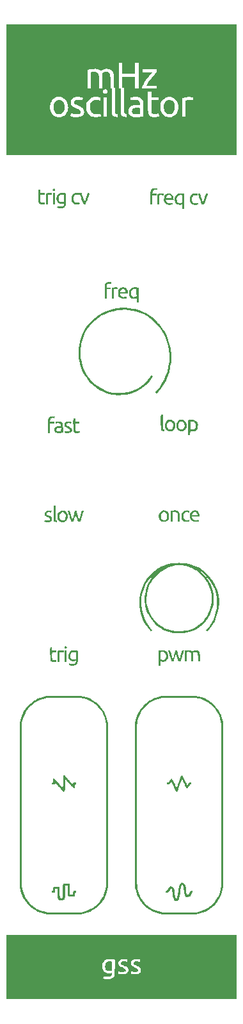
<source format=gbr>
%TF.GenerationSoftware,KiCad,Pcbnew,6.0.4-6f826c9f35~116~ubuntu21.10.1*%
%TF.CreationDate,2022-06-29T08:57:21+02:00*%
%TF.ProjectId,mHz_oscillator,6d487a5f-6f73-4636-996c-6c61746f722e,rev?*%
%TF.SameCoordinates,Original*%
%TF.FileFunction,Legend,Top*%
%TF.FilePolarity,Positive*%
%FSLAX46Y46*%
G04 Gerber Fmt 4.6, Leading zero omitted, Abs format (unit mm)*
G04 Created by KiCad (PCBNEW 6.0.4-6f826c9f35~116~ubuntu21.10.1) date 2022-06-29 08:57:21*
%MOMM*%
%LPD*%
G01*
G04 APERTURE LIST*
%ADD10C,0.150000*%
G04 APERTURE END LIST*
D10*
%TO.C,*%
%TO.C,G\u002A\u002A\u002A*%
G36*
X-34699142Y25439545D02*
G01*
X-34680403Y25531425D01*
X-34643301Y25623182D01*
X-34628897Y25652143D01*
X-34536478Y25789413D01*
X-34417325Y25900754D01*
X-34283876Y25975306D01*
X-34243400Y25988739D01*
X-34139717Y26006345D01*
X-34003276Y26013841D01*
X-33851136Y26011315D01*
X-33700361Y25998855D01*
X-33611338Y25985500D01*
X-33449497Y25955650D01*
X-33449639Y25228336D01*
X-33450567Y25029900D01*
X-33453125Y24846792D01*
X-33457090Y24686102D01*
X-33462239Y24554917D01*
X-33468350Y24460327D01*
X-33475202Y24409420D01*
X-33475330Y24408950D01*
X-33541872Y24259051D01*
X-33647752Y24138252D01*
X-33730161Y24081481D01*
X-33787859Y24052621D01*
X-33845848Y24033598D01*
X-33917421Y24022093D01*
X-34015874Y24015787D01*
X-34123271Y24012922D01*
X-34250743Y24013104D01*
X-34371500Y24017847D01*
X-34469100Y24026277D01*
X-34513927Y24033686D01*
X-34624903Y24059782D01*
X-34608108Y24164917D01*
X-34595454Y24232465D01*
X-34584022Y24274838D01*
X-34581137Y24280239D01*
X-34552872Y24280483D01*
X-34491082Y24270230D01*
X-34438368Y24258585D01*
X-34307676Y24236547D01*
X-34168867Y24228472D01*
X-34037923Y24234029D01*
X-33930827Y24252886D01*
X-33885446Y24270040D01*
X-33818510Y24315882D01*
X-33768158Y24368912D01*
X-33767713Y24369588D01*
X-33746738Y24416889D01*
X-33726901Y24485573D01*
X-33711276Y24559847D01*
X-33702939Y24623921D01*
X-33704964Y24662001D01*
X-33709903Y24666453D01*
X-33739621Y24657525D01*
X-33797063Y24635367D01*
X-33814244Y24628276D01*
X-33921895Y24600715D01*
X-34055482Y24590958D01*
X-34193452Y24598615D01*
X-34314252Y24623292D01*
X-34353519Y24638104D01*
X-34466634Y24712484D01*
X-34568925Y24820981D01*
X-34646333Y24946914D01*
X-34673182Y25017468D01*
X-34690809Y25106627D01*
X-34702388Y25220385D01*
X-34705271Y25319607D01*
X-34431422Y25319607D01*
X-34426054Y25180168D01*
X-34398859Y25055720D01*
X-34368896Y24990630D01*
X-34278352Y24889390D01*
X-34161254Y24827796D01*
X-34024796Y24807419D01*
X-33876173Y24829829D01*
X-33786384Y24863440D01*
X-33703751Y24901311D01*
X-33703751Y25759872D01*
X-33767682Y25775933D01*
X-33825554Y25782740D01*
X-33914275Y25784818D01*
X-34008411Y25781995D01*
X-34143850Y25764830D01*
X-34242932Y25726336D01*
X-34318172Y25659239D01*
X-34375781Y25568517D01*
X-34414739Y25455301D01*
X-34431422Y25319607D01*
X-34705271Y25319607D01*
X-34705351Y25322375D01*
X-34699142Y25439545D01*
G37*
G36*
X-36541737Y87025606D02*
G01*
X-36484542Y86972055D01*
X-36453789Y86900166D01*
X-36455535Y86824144D01*
X-36495838Y86758196D01*
X-36496194Y86757872D01*
X-36565976Y86723161D01*
X-36648538Y86719647D01*
X-36720776Y86746907D01*
X-36738149Y86762294D01*
X-36777632Y86837317D01*
X-36777117Y86917118D01*
X-36742472Y86987660D01*
X-36679564Y87034903D01*
X-36619317Y87046613D01*
X-36541737Y87025606D01*
G37*
G36*
X-35830382Y98739450D02*
G01*
X-35694542Y98714105D01*
X-35619747Y98684475D01*
X-35493747Y98592940D01*
X-35380551Y98463969D01*
X-35291410Y98311005D01*
X-35274950Y98272480D01*
X-35250069Y98202055D01*
X-35233598Y98131096D01*
X-35223927Y98046475D01*
X-35219446Y97935064D01*
X-35218514Y97812345D01*
X-35219819Y97669770D01*
X-35224877Y97564548D01*
X-35235405Y97483172D01*
X-35253118Y97412135D01*
X-35278328Y97341503D01*
X-35343898Y97214422D01*
X-35433977Y97094267D01*
X-35537435Y96992725D01*
X-35643144Y96921481D01*
X-35699647Y96899045D01*
X-35825036Y96877597D01*
X-35965939Y96873675D01*
X-36098757Y96886931D01*
X-36173776Y96906061D01*
X-36324476Y96986086D01*
X-36448878Y97106748D01*
X-36545092Y97264031D01*
X-36611226Y97453916D01*
X-36645389Y97672386D01*
X-36646082Y97909529D01*
X-36612793Y98142104D01*
X-36546032Y98342136D01*
X-36447249Y98506875D01*
X-36317898Y98633568D01*
X-36237206Y98684475D01*
X-36121350Y98724635D01*
X-35979197Y98742961D01*
X-35830382Y98739450D01*
G37*
G36*
X-35219668Y9521388D02*
G01*
X-35147014Y9466519D01*
X-35086799Y9400528D01*
X-35038599Y9344203D01*
X-34963579Y9258259D01*
X-34868963Y9150892D01*
X-34761973Y9030296D01*
X-34649831Y8904665D01*
X-34644492Y8898705D01*
X-34533893Y8775094D01*
X-34429511Y8658168D01*
X-34338149Y8555566D01*
X-34266607Y8474927D01*
X-34221687Y8423889D01*
X-34219393Y8421251D01*
X-34154561Y8354404D01*
X-34112444Y8331158D01*
X-34090303Y8351048D01*
X-34085133Y8398462D01*
X-34071287Y8482784D01*
X-34025455Y8537118D01*
X-33941202Y8566976D01*
X-33879183Y8574728D01*
X-33764903Y8574537D01*
X-33693230Y8550773D01*
X-33660474Y8500917D01*
X-33662153Y8426489D01*
X-33699287Y8341797D01*
X-33754735Y8296344D01*
X-33793630Y8271595D01*
X-33816350Y8243620D01*
X-33827236Y8199098D01*
X-33830631Y8124712D01*
X-33830879Y8062741D01*
X-33837956Y7933536D01*
X-33860679Y7849067D01*
X-33901285Y7804969D01*
X-33962013Y7796877D01*
X-33966851Y7797513D01*
X-33996919Y7817800D01*
X-34055396Y7870935D01*
X-34137188Y7951479D01*
X-34237199Y8053991D01*
X-34350332Y8173030D01*
X-34471492Y8303157D01*
X-34595582Y8438931D01*
X-34717507Y8574911D01*
X-34832171Y8705657D01*
X-34934477Y8825729D01*
X-34969287Y8867710D01*
X-35031554Y8938631D01*
X-35084835Y8990629D01*
X-35118743Y9013700D01*
X-35121219Y9014053D01*
X-35130487Y9003279D01*
X-35137897Y8968070D01*
X-35143616Y8904186D01*
X-35147816Y8807388D01*
X-35150663Y8673437D01*
X-35152327Y8498093D01*
X-35152977Y8277118D01*
X-35153001Y8216389D01*
X-35153176Y7992833D01*
X-35153906Y7814669D01*
X-35155496Y7676392D01*
X-35158249Y7572494D01*
X-35162472Y7497467D01*
X-35168469Y7445803D01*
X-35176545Y7411996D01*
X-35187005Y7390537D01*
X-35199497Y7376510D01*
X-35243745Y7345288D01*
X-35286941Y7340653D01*
X-35338179Y7366226D01*
X-35406555Y7425628D01*
X-35461252Y7480731D01*
X-35519132Y7542172D01*
X-35603839Y7634147D01*
X-35708489Y7749077D01*
X-35826200Y7879388D01*
X-35950088Y8017501D01*
X-36016148Y8091553D01*
X-36131581Y8220214D01*
X-36236454Y8335197D01*
X-36325896Y8431316D01*
X-36395033Y8503383D01*
X-36438996Y8546211D01*
X-36452387Y8556032D01*
X-36468760Y8534020D01*
X-36475123Y8484544D01*
X-36488299Y8401517D01*
X-36532392Y8347558D01*
X-36614245Y8316946D01*
X-36687390Y8307147D01*
X-36796965Y8306063D01*
X-36865707Y8327181D01*
X-36900132Y8374143D01*
X-36907355Y8430076D01*
X-36890419Y8502947D01*
X-36848186Y8559135D01*
X-36793845Y8581483D01*
X-36763896Y8592877D01*
X-36744333Y8631856D01*
X-36733435Y8705616D01*
X-36729485Y8821352D01*
X-36729377Y8851344D01*
X-36728041Y8949439D01*
X-36721727Y9009086D01*
X-36706975Y9042721D01*
X-36680325Y9062776D01*
X-36669030Y9068214D01*
X-36599465Y9082234D01*
X-36555790Y9067402D01*
X-36526043Y9041770D01*
X-36467338Y8982882D01*
X-36384312Y8895694D01*
X-36281601Y8785161D01*
X-36163840Y8656239D01*
X-36035665Y8513884D01*
X-35987886Y8460325D01*
X-35858259Y8315567D01*
X-35738455Y8183511D01*
X-35632889Y8068892D01*
X-35545980Y7976441D01*
X-35482145Y7910891D01*
X-35445801Y7876976D01*
X-35440065Y7873354D01*
X-35430644Y7880132D01*
X-35423111Y7908657D01*
X-35417285Y7963374D01*
X-35412981Y8048725D01*
X-35410016Y8169154D01*
X-35408206Y8329105D01*
X-35407368Y8533020D01*
X-35407255Y8668108D01*
X-35407255Y9471091D01*
X-35349478Y9508986D01*
X-35284744Y9534548D01*
X-35219668Y9521388D01*
G37*
G36*
X-26614974Y71249230D02*
G01*
X-26073804Y71162190D01*
X-25805514Y71100371D01*
X-25309893Y70949867D01*
X-24819326Y70753127D01*
X-24342831Y70514662D01*
X-23889425Y70238983D01*
X-23470018Y69932121D01*
X-23344151Y69824941D01*
X-23196585Y69689496D01*
X-23038180Y69536620D01*
X-22879796Y69377145D01*
X-22732294Y69221906D01*
X-22606534Y69081737D01*
X-22550290Y69014649D01*
X-22209779Y68554139D01*
X-21910658Y68065109D01*
X-21653955Y67550002D01*
X-21440697Y67011259D01*
X-21271911Y66451323D01*
X-21148625Y65872635D01*
X-21104592Y65578777D01*
X-21082659Y65356468D01*
X-21068509Y65099123D01*
X-21062156Y64822011D01*
X-21063612Y64540400D01*
X-21072890Y64269560D01*
X-21090002Y64024757D01*
X-21103200Y63903254D01*
X-21201780Y63315249D01*
X-21345708Y62749247D01*
X-21535511Y62204104D01*
X-21771716Y61678676D01*
X-22054851Y61171820D01*
X-22385442Y60682391D01*
X-22764018Y60209245D01*
X-22852601Y60108561D01*
X-22964863Y59983034D01*
X-23062982Y60073043D01*
X-23161101Y60163053D01*
X-22967810Y60380524D01*
X-22609186Y60821971D01*
X-22291008Y61292580D01*
X-22014872Y61788671D01*
X-21782374Y62306561D01*
X-21595109Y62842571D01*
X-21454673Y63393021D01*
X-21362661Y63954229D01*
X-21344729Y64124248D01*
X-21332474Y64315542D01*
X-21326688Y64540735D01*
X-21327023Y64785837D01*
X-21333133Y65036858D01*
X-21344667Y65279810D01*
X-21361280Y65500701D01*
X-21382622Y65685543D01*
X-21383765Y65693306D01*
X-21491563Y66254406D01*
X-21644168Y66797186D01*
X-21839957Y67319125D01*
X-22077305Y67817702D01*
X-22354587Y68290395D01*
X-22670180Y68734686D01*
X-23022458Y69148051D01*
X-23409799Y69527972D01*
X-23830576Y69871926D01*
X-24266576Y70167238D01*
X-24734266Y70425403D01*
X-25218741Y70637104D01*
X-25716644Y70802612D01*
X-26224615Y70922202D01*
X-26739298Y70996145D01*
X-27257333Y71024714D01*
X-27775362Y71008183D01*
X-28290028Y70946824D01*
X-28797972Y70840910D01*
X-29295836Y70690714D01*
X-29780262Y70496509D01*
X-30247891Y70258567D01*
X-30695366Y69977162D01*
X-31119328Y69652566D01*
X-31173922Y69606018D01*
X-31554468Y69244291D01*
X-31896033Y68850620D01*
X-32197536Y68426998D01*
X-32457896Y67975421D01*
X-32676031Y67497879D01*
X-32850861Y66996368D01*
X-32981305Y66472880D01*
X-33033654Y66176874D01*
X-33053503Y66005209D01*
X-33067717Y65797276D01*
X-33076176Y65567093D01*
X-33078762Y65328679D01*
X-33075354Y65096052D01*
X-33065836Y64883231D01*
X-33050087Y64704235D01*
X-33046389Y64675270D01*
X-32950915Y64145439D01*
X-32812092Y63636990D01*
X-32631419Y63152082D01*
X-32410394Y62692874D01*
X-32150518Y62261525D01*
X-31853288Y61860191D01*
X-31520203Y61491033D01*
X-31152763Y61156208D01*
X-30752465Y60857875D01*
X-30320808Y60598192D01*
X-30156905Y60514034D01*
X-29708448Y60320676D01*
X-29249616Y60174257D01*
X-28783802Y60073866D01*
X-28314400Y60018593D01*
X-27844803Y60007526D01*
X-27378404Y60039754D01*
X-26918596Y60114367D01*
X-26468773Y60230453D01*
X-26032328Y60387101D01*
X-25612655Y60583401D01*
X-25213146Y60818441D01*
X-24837196Y61091310D01*
X-24488196Y61401097D01*
X-24169542Y61746892D01*
X-23884626Y62127784D01*
X-23828917Y62212896D01*
X-23780094Y62286175D01*
X-23741291Y62338672D01*
X-23720764Y62359230D01*
X-23720596Y62359238D01*
X-23687655Y62347373D01*
X-23633000Y62318537D01*
X-23573578Y62282875D01*
X-23526330Y62250530D01*
X-23508156Y62232069D01*
X-23522394Y62202055D01*
X-23561057Y62139999D01*
X-23618065Y62054588D01*
X-23687340Y61954508D01*
X-23762803Y61848445D01*
X-23838374Y61745083D01*
X-23907976Y61653109D01*
X-23953516Y61595711D01*
X-24195331Y61326261D01*
X-24474238Y61060168D01*
X-24777082Y60808622D01*
X-25090709Y60582810D01*
X-25295805Y60454137D01*
X-25708206Y60237999D01*
X-26151233Y60055401D01*
X-26614228Y59910164D01*
X-27086534Y59806108D01*
X-27118566Y59800649D01*
X-27217988Y59788037D01*
X-27354362Y59776315D01*
X-27516671Y59765887D01*
X-27693897Y59757159D01*
X-27875024Y59750538D01*
X-28049032Y59746429D01*
X-28204906Y59745238D01*
X-28331628Y59747371D01*
X-28415263Y59752879D01*
X-28842524Y59814308D01*
X-29232523Y59894754D01*
X-29596330Y59997424D01*
X-29945018Y60125525D01*
X-30289660Y60282263D01*
X-30352110Y60313759D01*
X-30800473Y60571199D01*
X-31218006Y60868071D01*
X-31603242Y61202248D01*
X-31954712Y61571600D01*
X-32270945Y61974002D01*
X-32550475Y62407324D01*
X-32791832Y62869438D01*
X-32993546Y63358218D01*
X-33154151Y63871534D01*
X-33272176Y64407260D01*
X-33301173Y64586192D01*
X-33316725Y64730558D01*
X-33327621Y64913904D01*
X-33333950Y65124532D01*
X-33335803Y65350741D01*
X-33333269Y65580833D01*
X-33326437Y65803108D01*
X-33315396Y66005866D01*
X-33300236Y66177409D01*
X-33288327Y66265952D01*
X-33174841Y66814422D01*
X-33016145Y67341295D01*
X-32813187Y67844913D01*
X-32566919Y68323622D01*
X-32278291Y68775763D01*
X-31948253Y69199681D01*
X-31577757Y69593718D01*
X-31173922Y69951238D01*
X-30738000Y70271278D01*
X-30276073Y70549150D01*
X-29791719Y70784089D01*
X-29288516Y70975328D01*
X-28770041Y71122102D01*
X-28239872Y71223645D01*
X-27701586Y71279191D01*
X-27158761Y71287974D01*
X-26614974Y71249230D01*
G37*
G36*
X-34543368Y56252361D02*
G01*
X-34427545Y56235621D01*
X-34344913Y56210317D01*
X-34302059Y56178228D01*
X-34298750Y56154252D01*
X-34314539Y56096060D01*
X-34327449Y56044140D01*
X-34343351Y55977238D01*
X-34462140Y56014025D01*
X-34571910Y56035744D01*
X-34692751Y56041643D01*
X-34718720Y56040300D01*
X-34809826Y56027986D01*
X-34869967Y56002976D01*
X-34916690Y55959755D01*
X-34960706Y55885260D01*
X-34959131Y55815032D01*
X-34910663Y55747216D01*
X-34814000Y55679962D01*
X-34673397Y55613689D01*
X-34515254Y55543661D01*
X-34399529Y55479610D01*
X-34318974Y55416577D01*
X-34266344Y55349600D01*
X-34254372Y55326851D01*
X-34214392Y55190330D01*
X-34221177Y55058021D01*
X-34271859Y54938784D01*
X-34363571Y54841476D01*
X-34423647Y54803953D01*
X-34537149Y54763858D01*
X-34682071Y54739180D01*
X-34841014Y54731074D01*
X-34996583Y54740698D01*
X-35096564Y54759211D01*
X-35173025Y54780094D01*
X-35226679Y54797412D01*
X-35242071Y54804644D01*
X-35241929Y54831954D01*
X-35232044Y54887848D01*
X-35217013Y54952072D01*
X-35201433Y55004373D01*
X-35192446Y55023288D01*
X-35167215Y55019613D01*
X-35110376Y55002682D01*
X-35077494Y54991474D01*
X-34970499Y54966060D01*
X-34845549Y54954709D01*
X-34721063Y54957406D01*
X-34615456Y54974138D01*
X-34566953Y54991856D01*
X-34516332Y55026624D01*
X-34495327Y55073562D01*
X-34491940Y55129989D01*
X-34498919Y55194413D01*
X-34524834Y55246796D01*
X-34577149Y55293903D01*
X-34663326Y55342501D01*
X-34787599Y55397996D01*
X-34957402Y55476913D01*
X-35081506Y55553819D01*
X-35164545Y55633942D01*
X-35211153Y55722514D01*
X-35225964Y55824762D01*
X-35222261Y55888494D01*
X-35184239Y56020972D01*
X-35105057Y56126428D01*
X-34987981Y56202609D01*
X-34836278Y56247260D01*
X-34685791Y56258759D01*
X-34543368Y56252361D01*
G37*
G36*
X-36618644Y56938590D02*
G01*
X-36568403Y56929278D01*
X-36523838Y56914026D01*
X-36506403Y56888460D01*
X-36508986Y56836116D01*
X-36514100Y56803575D01*
X-36525657Y56737091D01*
X-36533734Y56697083D01*
X-36535235Y56692357D01*
X-36559778Y56694611D01*
X-36619302Y56704713D01*
X-36673488Y56715079D01*
X-36825210Y56728053D01*
X-36945741Y56701143D01*
X-37034109Y56635110D01*
X-37089341Y56530719D01*
X-37110464Y56388734D01*
X-37110663Y56371914D01*
X-37110759Y56225571D01*
X-36551399Y56225571D01*
X-36551399Y56021964D01*
X-37109870Y56021964D01*
X-37116671Y55392054D01*
X-37123471Y54762144D01*
X-37238832Y54754608D01*
X-37311980Y54753752D01*
X-37362367Y54760362D01*
X-37372316Y54765213D01*
X-37378139Y54795881D01*
X-37382805Y54870259D01*
X-37386349Y54981171D01*
X-37388807Y55121439D01*
X-37390213Y55283885D01*
X-37390603Y55461333D01*
X-37390012Y55646604D01*
X-37388476Y55832523D01*
X-37386030Y56011911D01*
X-37382710Y56177591D01*
X-37378550Y56322386D01*
X-37373587Y56439118D01*
X-37367855Y56520611D01*
X-37363511Y56552355D01*
X-37317183Y56676784D01*
X-37239786Y56789585D01*
X-37143059Y56876431D01*
X-37065855Y56915594D01*
X-36975939Y56934594D01*
X-36857172Y56945152D01*
X-36730943Y56946680D01*
X-36618644Y56938590D01*
G37*
G36*
X-32828150Y44467389D02*
G01*
X-32812882Y44467254D01*
X-32727815Y44461526D01*
X-32689573Y44443857D01*
X-32686734Y44434384D01*
X-32694395Y44388459D01*
X-32715563Y44303357D01*
X-32747517Y44188143D01*
X-32787535Y44051878D01*
X-32832897Y43903627D01*
X-32880882Y43752454D01*
X-32928767Y43607421D01*
X-32973832Y43477592D01*
X-32974881Y43474669D01*
X-33033466Y43311051D01*
X-33077776Y43188988D01*
X-33111553Y43102437D01*
X-33138539Y43045354D01*
X-33162478Y43011695D01*
X-33187111Y42995417D01*
X-33216181Y42990475D01*
X-33253431Y42990827D01*
X-33274328Y42991102D01*
X-33393115Y42991102D01*
X-33489508Y43261929D01*
X-33538499Y43403460D01*
X-33589860Y43558191D01*
X-33635651Y43701960D01*
X-33654690Y43764584D01*
X-33723477Y43996413D01*
X-33752857Y43881884D01*
X-33771178Y43817779D01*
X-33802201Y43717002D01*
X-33842283Y43591080D01*
X-33887779Y43451541D01*
X-33911765Y43379228D01*
X-34041294Y42991102D01*
X-34161058Y42991102D01*
X-34234768Y42993711D01*
X-34276349Y43009780D01*
X-34304514Y43051673D01*
X-34324758Y43099268D01*
X-34380052Y43241067D01*
X-34439191Y43402508D01*
X-34499606Y43575532D01*
X-34558729Y43752081D01*
X-34613992Y43924096D01*
X-34662824Y44083517D01*
X-34702659Y44222287D01*
X-34730928Y44332345D01*
X-34745061Y44405634D01*
X-34746194Y44421524D01*
X-34739929Y44449689D01*
X-34712958Y44462635D01*
X-34653016Y44464141D01*
X-34614189Y44462222D01*
X-34482184Y44454529D01*
X-34402473Y44136393D01*
X-34362344Y43983667D01*
X-34315926Y43818508D01*
X-34269641Y43663262D01*
X-34237955Y43564002D01*
X-34153150Y43309747D01*
X-34080025Y43525825D01*
X-34045232Y43634395D01*
X-34002985Y43774953D01*
X-33958366Y43930159D01*
X-33916456Y44082670D01*
X-33912315Y44098216D01*
X-33817730Y44454529D01*
X-33710731Y44462314D01*
X-33642379Y44464168D01*
X-33608068Y44450866D01*
X-33591428Y44413933D01*
X-33587813Y44398687D01*
X-33552814Y44249534D01*
X-33512697Y44091451D01*
X-33469625Y43931639D01*
X-33425765Y43777297D01*
X-33383281Y43635624D01*
X-33344338Y43513821D01*
X-33311100Y43419086D01*
X-33285734Y43358619D01*
X-33270404Y43339620D01*
X-33269535Y43340247D01*
X-33254572Y43372187D01*
X-33228947Y43443243D01*
X-33195738Y43543520D01*
X-33158019Y43663127D01*
X-33118867Y43792168D01*
X-33081358Y43920752D01*
X-33048568Y44038983D01*
X-33029908Y44110942D01*
X-32995590Y44250255D01*
X-32970544Y44347888D01*
X-32950307Y44411171D01*
X-32930413Y44447433D01*
X-32906398Y44464004D01*
X-32873799Y44468212D01*
X-32828150Y44467389D01*
G37*
G36*
X-35002539Y26592610D02*
G01*
X-34940825Y26554178D01*
X-34907285Y26486428D01*
X-34901309Y26403776D01*
X-34923108Y26330324D01*
X-34938701Y26309854D01*
X-35003878Y26275327D01*
X-35084143Y26271331D01*
X-35157288Y26296398D01*
X-35189697Y26326424D01*
X-35220322Y26391539D01*
X-35229277Y26440953D01*
X-35207506Y26514442D01*
X-35152325Y26568192D01*
X-35078936Y26596237D01*
X-35002539Y26592610D01*
G37*
G36*
X-36856504Y25989900D02*
G01*
X-36297145Y25989900D01*
X-36297145Y25788015D01*
X-36570468Y25780791D01*
X-36843792Y25773567D01*
X-36851627Y25455431D01*
X-36854155Y25256485D01*
X-36850167Y25101320D01*
X-36838798Y24983129D01*
X-36819177Y24895105D01*
X-36790438Y24830441D01*
X-36767968Y24799454D01*
X-36727606Y24759786D01*
X-36682631Y24739416D01*
X-36615121Y24732582D01*
X-36559810Y24732534D01*
X-36468125Y24738637D01*
X-36390103Y24752200D01*
X-36355564Y24764202D01*
X-36314741Y24780839D01*
X-36289461Y24770177D01*
X-36271726Y24723738D01*
X-36258810Y24661627D01*
X-36241284Y24568111D01*
X-36375531Y24528203D01*
X-36567462Y24492583D01*
X-36742660Y24504884D01*
X-36813693Y24525170D01*
X-36937018Y24588419D01*
X-37027261Y24682834D01*
X-37056154Y24730020D01*
X-37068191Y24757981D01*
X-37077920Y24797096D01*
X-37085663Y24852971D01*
X-37091741Y24931216D01*
X-37096475Y25037439D01*
X-37100184Y25177247D01*
X-37103191Y25356251D01*
X-37105816Y25580058D01*
X-37106038Y25601944D01*
X-37107971Y25831821D01*
X-37108555Y26015477D01*
X-37107645Y26157575D01*
X-37105092Y26262784D01*
X-37100750Y26335766D01*
X-37094471Y26381189D01*
X-37086109Y26403718D01*
X-37080613Y26408027D01*
X-37034500Y26419015D01*
X-36964471Y26432319D01*
X-36951850Y26434461D01*
X-36856504Y26450322D01*
X-36856504Y25989900D01*
G37*
G36*
X-25519863Y97696140D02*
G01*
X-25408423Y97691598D01*
X-25323071Y97684921D01*
X-25281579Y97678242D01*
X-25211659Y97658669D01*
X-25211659Y97278893D01*
X-25213012Y97145092D01*
X-25216737Y97030145D01*
X-25222335Y96943282D01*
X-25229306Y96893737D01*
X-25232923Y96885961D01*
X-25272662Y96876533D01*
X-25350678Y96868766D01*
X-25454417Y96862975D01*
X-25571324Y96859472D01*
X-25688842Y96858570D01*
X-25794417Y96860583D01*
X-25875493Y96865823D01*
X-25900613Y96869312D01*
X-26056600Y96913827D01*
X-26169493Y96983625D01*
X-26241746Y97081351D01*
X-26275812Y97209652D01*
X-26279337Y97277876D01*
X-26263457Y97415552D01*
X-26212169Y97521019D01*
X-26120007Y97603213D01*
X-26059539Y97637077D01*
X-25998629Y97664170D01*
X-25938747Y97681864D01*
X-25866715Y97692085D01*
X-25769353Y97696759D01*
X-25643892Y97697815D01*
X-25519863Y97696140D01*
G37*
G36*
X-28292127Y73985981D02*
G01*
X-28214561Y73974452D01*
X-28160525Y73963415D01*
X-28145531Y73957839D01*
X-28143388Y73928515D01*
X-28151308Y73868781D01*
X-28155256Y73848447D01*
X-28175729Y73749813D01*
X-28383111Y73757679D01*
X-28478912Y73762375D01*
X-28552922Y73764514D01*
X-28607931Y73758424D01*
X-28646728Y73738429D01*
X-28672101Y73698857D01*
X-28686840Y73634033D01*
X-28693733Y73538283D01*
X-28695569Y73405933D01*
X-28695138Y73231309D01*
X-28694943Y73123255D01*
X-28694943Y72514148D01*
X-28974622Y72514148D01*
X-28974622Y73911986D01*
X-28866564Y73942219D01*
X-28717918Y73972636D01*
X-28548012Y73990196D01*
X-28382924Y73992913D01*
X-28292127Y73985981D01*
G37*
G36*
X-12397245Y-11601082D02*
G01*
X-12397245Y-20050782D01*
X-42907755Y-20050782D01*
X-42907755Y-15736854D01*
X-30204494Y-15736854D01*
X-30184785Y-15971698D01*
X-30127227Y-16173337D01*
X-30031066Y-16343383D01*
X-29895548Y-16483447D01*
X-29833887Y-16528934D01*
X-29678362Y-16605617D01*
X-29498297Y-16648320D01*
X-29307902Y-16656021D01*
X-29121391Y-16627700D01*
X-29006404Y-16588381D01*
X-28898346Y-16541420D01*
X-28898904Y-16660880D01*
X-28920016Y-16809735D01*
X-28978505Y-16937538D01*
X-29069286Y-17034057D01*
X-29091891Y-17049341D01*
X-29191013Y-17089454D01*
X-29325552Y-17114163D01*
X-29482297Y-17122949D01*
X-29648036Y-17115295D01*
X-29809558Y-17090681D01*
X-29857332Y-17079364D01*
X-30040842Y-17031561D01*
X-30068818Y-17166457D01*
X-30082099Y-17245662D01*
X-30086206Y-17304417D01*
X-30083099Y-17323533D01*
X-30052499Y-17339987D01*
X-29987377Y-17359745D01*
X-29922464Y-17374309D01*
X-29833084Y-17391764D01*
X-29757911Y-17406551D01*
X-29724672Y-17413169D01*
X-29634342Y-17423203D01*
X-29513127Y-17425958D01*
X-29380409Y-17421852D01*
X-29255572Y-17411304D01*
X-29190074Y-17401611D01*
X-28990075Y-17343911D01*
X-28826624Y-17252029D01*
X-28700792Y-17126817D01*
X-28613652Y-16969126D01*
X-28600724Y-16933046D01*
X-28589580Y-16892378D01*
X-28580324Y-16840800D01*
X-28572705Y-16773091D01*
X-28566477Y-16684029D01*
X-28565110Y-16652952D01*
X-28096844Y-16652952D01*
X-28073707Y-16681961D01*
X-28009006Y-16707764D01*
X-27911971Y-16729590D01*
X-27791830Y-16746668D01*
X-27657812Y-16758228D01*
X-27519147Y-16763498D01*
X-27385063Y-16761709D01*
X-27264790Y-16752088D01*
X-27167556Y-16733865D01*
X-27158692Y-16731311D01*
X-26994186Y-16661913D01*
X-26982890Y-16652952D01*
X-26444191Y-16652952D01*
X-26420870Y-16682130D01*
X-26355030Y-16708760D01*
X-26254993Y-16731374D01*
X-26129078Y-16748505D01*
X-25985607Y-16758685D01*
X-25834582Y-16760477D01*
X-25700154Y-16756990D01*
X-25603196Y-16750773D01*
X-25530327Y-16739527D01*
X-25468170Y-16720957D01*
X-25403344Y-16692767D01*
X-25383247Y-16683012D01*
X-25249180Y-16595679D01*
X-25159369Y-16485241D01*
X-25111186Y-16347417D01*
X-25100788Y-16222768D01*
X-25108685Y-16103946D01*
X-25135160Y-16003569D01*
X-25185304Y-15916657D01*
X-25264208Y-15838230D01*
X-25376963Y-15763308D01*
X-25528661Y-15686912D01*
X-25724392Y-15604060D01*
X-25739456Y-15598056D01*
X-25889465Y-15528783D01*
X-25992778Y-15457213D01*
X-26053524Y-15379435D01*
X-26075832Y-15291535D01*
X-26076124Y-15279047D01*
X-26053415Y-15189950D01*
X-25989871Y-15120189D01*
X-25892367Y-15071486D01*
X-25767776Y-15045560D01*
X-25622973Y-15044135D01*
X-25464832Y-15068931D01*
X-25359250Y-15099543D01*
X-25303500Y-15116665D01*
X-25269346Y-15114737D01*
X-25248858Y-15085183D01*
X-25234108Y-15019428D01*
X-25223817Y-14953045D01*
X-25206459Y-14837177D01*
X-25304405Y-14807945D01*
X-25432438Y-14781051D01*
X-25585834Y-14765761D01*
X-25745848Y-14762480D01*
X-25893735Y-14771612D01*
X-26008143Y-14792790D01*
X-26162047Y-14860181D01*
X-26285205Y-14960041D01*
X-26372630Y-15085223D01*
X-26419334Y-15228585D01*
X-26420331Y-15382980D01*
X-26420293Y-15383230D01*
X-26390599Y-15495545D01*
X-26334214Y-15593244D01*
X-26245670Y-15681379D01*
X-26119497Y-15765004D01*
X-25950224Y-15849171D01*
X-25885433Y-15877309D01*
X-25730055Y-15946558D01*
X-25616649Y-16006310D01*
X-25538326Y-16061157D01*
X-25488194Y-16115693D01*
X-25465841Y-16156970D01*
X-25447449Y-16257379D01*
X-25478830Y-16348121D01*
X-25550431Y-16421428D01*
X-25591230Y-16446855D01*
X-25638873Y-16462515D01*
X-25705975Y-16470422D01*
X-25805150Y-16472590D01*
X-25868249Y-16472180D01*
X-26040747Y-16463697D01*
X-26173773Y-16443052D01*
X-26225517Y-16427641D01*
X-26299295Y-16402474D01*
X-26356039Y-16387586D01*
X-26370155Y-16385852D01*
X-26391418Y-16408639D01*
X-26413465Y-16466844D01*
X-26432073Y-16545227D01*
X-26443016Y-16628551D01*
X-26444191Y-16652952D01*
X-26982890Y-16652952D01*
X-26872735Y-16565564D01*
X-26793964Y-16441788D01*
X-26757497Y-16290110D01*
X-26754684Y-16219961D01*
X-26763213Y-16101431D01*
X-26789801Y-16001523D01*
X-26839607Y-15915206D01*
X-26917787Y-15837449D01*
X-27029498Y-15763220D01*
X-27179897Y-15687488D01*
X-27374140Y-15605222D01*
X-27392108Y-15598056D01*
X-27541713Y-15529062D01*
X-27644776Y-15457884D01*
X-27705570Y-15380455D01*
X-27728369Y-15292710D01*
X-27728777Y-15277776D01*
X-27706003Y-15189429D01*
X-27642413Y-15119954D01*
X-27545097Y-15071168D01*
X-27421149Y-15044885D01*
X-27277661Y-15042920D01*
X-27121726Y-15067088D01*
X-27020405Y-15096509D01*
X-26960297Y-15115341D01*
X-26923668Y-15114737D01*
X-26902085Y-15086291D01*
X-26887113Y-15021595D01*
X-26876470Y-14953045D01*
X-26859112Y-14837177D01*
X-26957057Y-14808701D01*
X-27088623Y-14781439D01*
X-27243874Y-14765963D01*
X-27404290Y-14762701D01*
X-27551351Y-14772082D01*
X-27659587Y-14792438D01*
X-27798309Y-14851083D01*
X-27919009Y-14936575D01*
X-28007059Y-15037965D01*
X-28021740Y-15063511D01*
X-28069301Y-15206625D01*
X-28073870Y-15357548D01*
X-28036978Y-15502636D01*
X-27960152Y-15628243D01*
X-27958208Y-15630475D01*
X-27926238Y-15665304D01*
X-27893220Y-15695247D01*
X-27851644Y-15724603D01*
X-27794000Y-15757669D01*
X-27712779Y-15798743D01*
X-27600471Y-15852123D01*
X-27449566Y-15922108D01*
X-27444814Y-15924301D01*
X-27318902Y-15984660D01*
X-27232047Y-16032568D01*
X-27175740Y-16073569D01*
X-27141475Y-16113212D01*
X-27133352Y-16127329D01*
X-27098135Y-16223171D01*
X-27105728Y-16302321D01*
X-27157742Y-16377923D01*
X-27164960Y-16385306D01*
X-27254436Y-16444716D01*
X-27377630Y-16476151D01*
X-27536689Y-16479635D01*
X-27733762Y-16455194D01*
X-27970997Y-16402853D01*
X-28000153Y-16395257D01*
X-28034147Y-16391975D01*
X-28054670Y-16412409D01*
X-28069444Y-16467671D01*
X-28075828Y-16504149D01*
X-28087904Y-16581334D01*
X-28095543Y-16638057D01*
X-28096844Y-16652952D01*
X-28565110Y-16652952D01*
X-28561392Y-16568392D01*
X-28557200Y-16420959D01*
X-28553654Y-16236507D01*
X-28550506Y-16009816D01*
X-28548529Y-15834849D01*
X-28538242Y-14863906D01*
X-28668081Y-14836033D01*
X-28956855Y-14784570D01*
X-29206480Y-14762854D01*
X-29419054Y-14770854D01*
X-29596671Y-14808541D01*
X-29635683Y-14822529D01*
X-29826149Y-14921730D01*
X-29978697Y-15054497D01*
X-30092639Y-15219723D01*
X-30167286Y-15416301D01*
X-30201949Y-15643123D01*
X-30204494Y-15736854D01*
X-42907755Y-15736854D01*
X-42907755Y-11601082D01*
X-12397245Y-11601082D01*
G37*
G36*
X-38407455Y86435791D02*
G01*
X-37848096Y86435791D01*
X-37848096Y86232184D01*
X-38407455Y86232184D01*
X-38407455Y85811427D01*
X-38405891Y85623596D01*
X-38400027Y85479913D01*
X-38388108Y85373687D01*
X-38368376Y85298227D01*
X-38339074Y85246842D01*
X-38298446Y85212843D01*
X-38244736Y85189539D01*
X-38244123Y85189336D01*
X-38142591Y85173377D01*
X-38024963Y85179655D01*
X-37919050Y85205941D01*
X-37893657Y85217428D01*
X-37864014Y85223867D01*
X-37842569Y85198599D01*
X-37821776Y85134472D01*
X-37807458Y85068067D01*
X-37813682Y85025219D01*
X-37848720Y84996988D01*
X-37920844Y84974439D01*
X-37982831Y84960463D01*
X-38161966Y84937975D01*
X-38325012Y84953553D01*
X-38343892Y84957868D01*
X-38468410Y85007859D01*
X-38563078Y85094453D01*
X-38593234Y85137795D01*
X-38608730Y85164316D01*
X-38621130Y85192857D01*
X-38630844Y85229231D01*
X-38638283Y85279252D01*
X-38643858Y85348731D01*
X-38647979Y85443482D01*
X-38651058Y85569316D01*
X-38653506Y85732046D01*
X-38655733Y85937486D01*
X-38656676Y86035230D01*
X-38658503Y86267633D01*
X-38659007Y86453723D01*
X-38658043Y86598077D01*
X-38655472Y86705270D01*
X-38651150Y86779877D01*
X-38644935Y86826474D01*
X-38636685Y86849637D01*
X-38631251Y86854039D01*
X-38585371Y86864942D01*
X-38515480Y86878201D01*
X-38502801Y86880353D01*
X-38407455Y86896214D01*
X-38407455Y86435791D01*
G37*
G36*
X-19634055Y9537448D02*
G01*
X-19597410Y9501386D01*
X-19552839Y9436603D01*
X-19498171Y9339270D01*
X-19431237Y9205558D01*
X-19349865Y9031636D01*
X-19264624Y8842355D01*
X-19191918Y8681638D01*
X-19124385Y8537513D01*
X-19065125Y8416191D01*
X-19017240Y8323884D01*
X-18983832Y8266803D01*
X-18969148Y8250621D01*
X-18939275Y8270564D01*
X-18894374Y8322359D01*
X-18853195Y8381165D01*
X-18758582Y8495057D01*
X-18650126Y8561156D01*
X-18530674Y8581483D01*
X-18451995Y8565553D01*
X-18408985Y8515081D01*
X-18397645Y8439529D01*
X-18412460Y8359761D01*
X-18461625Y8314083D01*
X-18523947Y8297599D01*
X-18564410Y8279343D01*
X-18615502Y8231302D01*
X-18682255Y8148073D01*
X-18745324Y8059739D01*
X-18839979Y7931045D01*
X-18916770Y7846003D01*
X-18979372Y7802157D01*
X-19031463Y7797049D01*
X-19076719Y7828223D01*
X-19082169Y7834660D01*
X-19103914Y7871457D01*
X-19142456Y7946526D01*
X-19193943Y8051623D01*
X-19254527Y8178501D01*
X-19320356Y8318916D01*
X-19387580Y8464622D01*
X-19452349Y8607376D01*
X-19510813Y8738931D01*
X-19559121Y8851042D01*
X-19577559Y8895498D01*
X-19610246Y8956131D01*
X-19641836Y8982842D01*
X-19649486Y8982548D01*
X-19665501Y8956798D01*
X-19695913Y8888737D01*
X-19738462Y8784148D01*
X-19790889Y8648813D01*
X-19850936Y8488516D01*
X-19916341Y8309039D01*
X-19955678Y8198893D01*
X-20023755Y8009011D01*
X-20088238Y7833205D01*
X-20146764Y7677609D01*
X-20196971Y7548353D01*
X-20236498Y7451570D01*
X-20262981Y7393394D01*
X-20271080Y7380129D01*
X-20334233Y7339043D01*
X-20399352Y7347610D01*
X-20438239Y7378928D01*
X-20459513Y7413510D01*
X-20498630Y7487651D01*
X-20552263Y7594624D01*
X-20617087Y7727706D01*
X-20689777Y7880173D01*
X-20755263Y8019983D01*
X-20831156Y8181363D01*
X-20901354Y8326925D01*
X-20962707Y8450429D01*
X-21012062Y8545632D01*
X-21046268Y8606293D01*
X-21061386Y8626164D01*
X-21090105Y8612144D01*
X-21136205Y8566000D01*
X-21183584Y8505928D01*
X-21278732Y8394578D01*
X-21374839Y8328454D01*
X-21480049Y8302393D01*
X-21505912Y8301523D01*
X-21589301Y8314430D01*
X-21635696Y8357856D01*
X-21651863Y8438862D01*
X-21652100Y8454040D01*
X-21648131Y8512129D01*
X-21627111Y8544400D01*
X-21575371Y8566162D01*
X-21544042Y8575072D01*
X-21482172Y8597177D01*
X-21433213Y8631462D01*
X-21384296Y8689550D01*
X-21334282Y8764520D01*
X-21238115Y8908141D01*
X-21158972Y9007953D01*
X-21093233Y9066664D01*
X-21037276Y9086984D01*
X-20987480Y9071621D01*
X-20958396Y9045678D01*
X-20936395Y9010497D01*
X-20896701Y8936171D01*
X-20842872Y8829798D01*
X-20778462Y8698479D01*
X-20707027Y8549313D01*
X-20663350Y8456505D01*
X-20590372Y8301625D01*
X-20523368Y8161688D01*
X-20465672Y8043476D01*
X-20420617Y7953767D01*
X-20391535Y7899342D01*
X-20383060Y7886362D01*
X-20356522Y7883319D01*
X-20334698Y7921978D01*
X-20320777Y7960775D01*
X-20292217Y8041118D01*
X-20251303Y8156552D01*
X-20200321Y8300624D01*
X-20141555Y8466878D01*
X-20077290Y8648860D01*
X-20051667Y8721463D01*
X-19970873Y8948214D01*
X-19903712Y9130931D01*
X-19848135Y9274003D01*
X-19802091Y9381816D01*
X-19763527Y9458756D01*
X-19730394Y9509210D01*
X-19700640Y9537566D01*
X-19672215Y9548209D01*
X-19664944Y9548617D01*
X-19634055Y9537448D01*
G37*
G36*
X-33780028Y56225571D02*
G01*
X-33220668Y56225571D01*
X-33220668Y56021964D01*
X-33780028Y56021964D01*
X-33779653Y55582936D01*
X-33778464Y55402301D01*
X-33773965Y55265418D01*
X-33764231Y55165159D01*
X-33747338Y55094393D01*
X-33721361Y55045990D01*
X-33684375Y55012821D01*
X-33634456Y54987755D01*
X-33617160Y54980935D01*
X-33554151Y54960851D01*
X-33497622Y54956532D01*
X-33426325Y54968069D01*
X-33370171Y54981972D01*
X-33221933Y55020632D01*
X-33200479Y54916839D01*
X-33189536Y54849857D01*
X-33198157Y54813530D01*
X-33233602Y54789124D01*
X-33253506Y54780012D01*
X-33337468Y54755984D01*
X-33450463Y54740181D01*
X-33571117Y54734103D01*
X-33678058Y54739250D01*
X-33722184Y54747123D01*
X-33847857Y54798951D01*
X-33942212Y54885776D01*
X-33989119Y54959761D01*
X-34005357Y54992266D01*
X-34018289Y55025842D01*
X-34028376Y55066605D01*
X-34036075Y55120669D01*
X-34041848Y55194149D01*
X-34046153Y55293159D01*
X-34049449Y55423814D01*
X-34052196Y55592229D01*
X-34054853Y55804518D01*
X-34055269Y55840273D01*
X-34056828Y56033870D01*
X-34056943Y56211001D01*
X-34055712Y56365271D01*
X-34053237Y56490288D01*
X-34049616Y56579657D01*
X-34044949Y56626985D01*
X-34042898Y56632640D01*
X-34006715Y56647632D01*
X-33939328Y56663218D01*
X-33900799Y56669547D01*
X-33780028Y56686806D01*
X-33780028Y56225571D01*
G37*
G36*
X-20390486Y44499690D02*
G01*
X-20232159Y44445093D01*
X-20109115Y44353961D01*
X-20021222Y44226220D01*
X-20016200Y44215506D01*
X-19998061Y44171278D01*
X-19984225Y44123423D01*
X-19973932Y44064037D01*
X-19966427Y43985210D01*
X-19960950Y43879038D01*
X-19956744Y43737612D01*
X-19953129Y43557385D01*
X-19943538Y43016553D01*
X-20195423Y43016553D01*
X-20209337Y43506483D01*
X-20215431Y43670886D01*
X-20223621Y43818807D01*
X-20233227Y43941405D01*
X-20243569Y44029844D01*
X-20252882Y44072765D01*
X-20312442Y44177595D01*
X-20398259Y44246314D01*
X-20514866Y44280879D01*
X-20666800Y44283249D01*
X-20726436Y44277178D01*
X-20863912Y44259984D01*
X-20863912Y43016553D01*
X-21143591Y43016553D01*
X-21143591Y43727463D01*
X-21143385Y43936988D01*
X-21142536Y44101224D01*
X-21140699Y44225779D01*
X-21137530Y44316266D01*
X-21132685Y44378295D01*
X-21125818Y44417476D01*
X-21116586Y44439421D01*
X-21104643Y44449740D01*
X-21099097Y44451849D01*
X-21015442Y44471038D01*
X-20900467Y44489690D01*
X-20773665Y44505306D01*
X-20654530Y44515390D01*
X-20584232Y44517822D01*
X-20390486Y44499690D01*
G37*
G36*
X-36481089Y85704078D02*
G01*
X-36487836Y84972365D01*
X-36603197Y84964829D01*
X-36676344Y84963973D01*
X-36726731Y84970582D01*
X-36736680Y84975433D01*
X-36741359Y85004634D01*
X-36745589Y85078118D01*
X-36749209Y85189268D01*
X-36752056Y85331466D01*
X-36753969Y85498094D01*
X-36754785Y85682535D01*
X-36754803Y85714683D01*
X-36754803Y86435791D01*
X-36474343Y86435791D01*
X-36481089Y85704078D01*
G37*
G36*
X-21967784Y86026702D02*
G01*
X-21877800Y86174670D01*
X-21759561Y86291813D01*
X-21616541Y86371291D01*
X-21565549Y86387803D01*
X-21428641Y86407744D01*
X-21281391Y86401323D01*
X-21143368Y86370951D01*
X-21040122Y86323112D01*
X-20941613Y86241440D01*
X-20868521Y86139866D01*
X-20816933Y86009935D01*
X-20782934Y85843194D01*
X-20771201Y85742254D01*
X-20754908Y85570461D01*
X-21783267Y85570461D01*
X-21766299Y85487745D01*
X-21718410Y85341444D01*
X-21640980Y85233621D01*
X-21548925Y85168094D01*
X-21483600Y85137938D01*
X-21422037Y85121865D01*
X-21346449Y85117283D01*
X-21239054Y85121602D01*
X-21232580Y85122002D01*
X-21127424Y85129054D01*
X-21035049Y85136119D01*
X-20972925Y85141844D01*
X-20966484Y85142605D01*
X-20924370Y85141267D01*
X-20901668Y85114548D01*
X-20887525Y85053052D01*
X-20880613Y84987694D01*
X-20893919Y84952715D01*
X-20935014Y84929187D01*
X-20937505Y84928149D01*
X-21012189Y84909694D01*
X-21121550Y84897560D01*
X-21249788Y84891893D01*
X-21381104Y84892839D01*
X-21499701Y84900544D01*
X-21589778Y84915153D01*
X-21611655Y84921929D01*
X-21771122Y85007070D01*
X-21894562Y85127632D01*
X-21982497Y85284287D01*
X-22033467Y85466272D01*
X-22049092Y85665662D01*
X-22030416Y85818860D01*
X-21767182Y85818860D01*
X-21762627Y85793223D01*
X-21734276Y85786301D01*
X-21664604Y85780493D01*
X-21563136Y85776296D01*
X-21439398Y85774209D01*
X-21396345Y85774068D01*
X-21256027Y85774323D01*
X-21158710Y85775934D01*
X-21096546Y85780173D01*
X-21061686Y85788308D01*
X-21046279Y85801610D01*
X-21042477Y85821349D01*
X-21042448Y85831333D01*
X-21058330Y85911883D01*
X-21097437Y86005035D01*
X-21148924Y86089196D01*
X-21197348Y86139734D01*
X-21270749Y86168814D01*
X-21376110Y86181109D01*
X-21391164Y86181282D01*
X-21479048Y86176533D01*
X-21540893Y86156283D01*
X-21601094Y86111536D01*
X-21615396Y86098567D01*
X-21669180Y86036090D01*
X-21717196Y85958710D01*
X-21752259Y85881332D01*
X-21767182Y85818860D01*
X-22030416Y85818860D01*
X-22026040Y85854752D01*
X-21967784Y86026702D01*
G37*
G36*
X-22223762Y86398996D02*
G01*
X-22137445Y86387757D01*
X-22087332Y86369541D01*
X-22083220Y86365686D01*
X-22077978Y86330998D01*
X-22084434Y86267275D01*
X-22089021Y86243079D01*
X-22110959Y86139445D01*
X-22231144Y86164090D01*
X-22328390Y86174984D01*
X-22441504Y86175148D01*
X-22497510Y86170451D01*
X-22643691Y86152169D01*
X-22643691Y84908737D01*
X-22897946Y84908737D01*
X-22897946Y86326625D01*
X-22689223Y86371767D01*
X-22579013Y86389645D01*
X-22456638Y86400061D01*
X-22334190Y86403138D01*
X-22223762Y86398996D01*
G37*
G36*
X-29177732Y-15069569D02*
G01*
X-29073326Y-15075447D01*
X-28985562Y-15086326D01*
X-28928830Y-15101641D01*
X-28918615Y-15108288D01*
X-28912698Y-15138947D01*
X-28908038Y-15212848D01*
X-28904825Y-15322342D01*
X-28903249Y-15459781D01*
X-28903500Y-15617517D01*
X-28904194Y-15687734D01*
X-28911059Y-16245872D01*
X-29009607Y-16294039D01*
X-29116004Y-16329827D01*
X-29244313Y-16349590D01*
X-29374937Y-16352292D01*
X-29488277Y-16336899D01*
X-29533225Y-16321696D01*
X-29659276Y-16242719D01*
X-29750561Y-16133718D01*
X-29808882Y-15991168D01*
X-29836042Y-15811540D01*
X-29838590Y-15724128D01*
X-29821682Y-15523247D01*
X-29770384Y-15359238D01*
X-29683839Y-15230708D01*
X-29561189Y-15136260D01*
X-29446936Y-15087574D01*
X-29378926Y-15075068D01*
X-29284395Y-15069254D01*
X-29177732Y-15069569D01*
G37*
G36*
X-41058018Y16691778D02*
G01*
X-40937119Y17141924D01*
X-40780326Y17558004D01*
X-40585464Y17944053D01*
X-40350357Y18304109D01*
X-40072832Y18642206D01*
X-39921745Y18800041D01*
X-39682895Y19025278D01*
X-39452343Y19214515D01*
X-39216596Y19377742D01*
X-38962160Y19524948D01*
X-38896201Y19559318D01*
X-38501886Y19737603D01*
X-38102101Y19870480D01*
X-37686841Y19960736D01*
X-37285454Y20008306D01*
X-37186580Y20013668D01*
X-37042572Y20018392D01*
X-36859141Y20022478D01*
X-36642000Y20025925D01*
X-36396860Y20028734D01*
X-36129433Y20030905D01*
X-35845432Y20032438D01*
X-35550568Y20033333D01*
X-35250555Y20033589D01*
X-34951103Y20033207D01*
X-34657925Y20032187D01*
X-34376732Y20030529D01*
X-34113238Y20028232D01*
X-33873154Y20025297D01*
X-33662192Y20021724D01*
X-33486064Y20017513D01*
X-33350482Y20012663D01*
X-33274802Y20008306D01*
X-33119583Y19993629D01*
X-32955349Y19973422D01*
X-32802724Y19950465D01*
X-32692352Y19929756D01*
X-32253295Y19809336D01*
X-31836443Y19644777D01*
X-31444308Y19438785D01*
X-31079404Y19194071D01*
X-30744243Y18913343D01*
X-30441337Y18599309D01*
X-30173199Y18254678D01*
X-29942342Y17882158D01*
X-29751279Y17484458D01*
X-29602521Y17064286D01*
X-29498582Y16624352D01*
X-29472169Y16458430D01*
X-29468679Y16430705D01*
X-29465390Y16398318D01*
X-29462296Y16359809D01*
X-29459394Y16313717D01*
X-29456679Y16258582D01*
X-29454146Y16192943D01*
X-29451791Y16115339D01*
X-29449609Y16024310D01*
X-29447596Y15918396D01*
X-29445748Y15796137D01*
X-29444059Y15656070D01*
X-29442525Y15496737D01*
X-29441143Y15316676D01*
X-29439906Y15114428D01*
X-29438810Y14888530D01*
X-29437852Y14637524D01*
X-29437026Y14359949D01*
X-29436329Y14054343D01*
X-29435754Y13719247D01*
X-29435299Y13353199D01*
X-29434958Y12954741D01*
X-29434726Y12522410D01*
X-29434600Y12054746D01*
X-29434575Y11550290D01*
X-29434646Y11007579D01*
X-29434808Y10425155D01*
X-29435058Y9801556D01*
X-29435390Y9135322D01*
X-29435801Y8424992D01*
X-29436285Y7669106D01*
X-29436837Y6866204D01*
X-29437455Y6014824D01*
X-29437895Y5425571D01*
X-29445994Y-5301984D01*
X-29504249Y-5556493D01*
X-29629114Y-6008637D01*
X-29789884Y-6426771D01*
X-29988946Y-6815164D01*
X-30228687Y-7178087D01*
X-30511494Y-7519808D01*
X-30722639Y-7735554D01*
X-31065468Y-8030019D01*
X-31436026Y-8282377D01*
X-31831940Y-8491544D01*
X-32250835Y-8656436D01*
X-32690337Y-8775968D01*
X-33148072Y-8849059D01*
X-33166155Y-8850943D01*
X-33237899Y-8855517D01*
X-33355245Y-8859593D01*
X-33513077Y-8863171D01*
X-33706278Y-8866252D01*
X-33929732Y-8868838D01*
X-34178323Y-8870930D01*
X-34446932Y-8872530D01*
X-34730445Y-8873639D01*
X-35023744Y-8874258D01*
X-35321713Y-8874388D01*
X-35619235Y-8874031D01*
X-35911194Y-8873188D01*
X-36192473Y-8871861D01*
X-36457955Y-8870050D01*
X-36702524Y-8867758D01*
X-36921063Y-8864985D01*
X-37108457Y-8861732D01*
X-37259587Y-8858002D01*
X-37369338Y-8853795D01*
X-37426301Y-8849842D01*
X-37874839Y-8777339D01*
X-38310228Y-8656816D01*
X-38728550Y-8490094D01*
X-39125890Y-8278995D01*
X-39498331Y-8025339D01*
X-39841957Y-7730948D01*
X-39851039Y-7722219D01*
X-40167544Y-7383871D01*
X-40439991Y-7021092D01*
X-40669138Y-6632516D01*
X-40855739Y-6216777D01*
X-41000551Y-5772508D01*
X-41056531Y-5543768D01*
X-41115263Y-5276533D01*
X-41115263Y9468411D01*
X-40869457Y9468411D01*
X-40869366Y8633368D01*
X-40869118Y7751142D01*
X-40868711Y6821953D01*
X-40868145Y5846017D01*
X-40867845Y5400120D01*
X-40867223Y4524753D01*
X-40866617Y3698820D01*
X-40866020Y2920854D01*
X-40865423Y2189388D01*
X-40864821Y1502955D01*
X-40864206Y860087D01*
X-40863571Y259317D01*
X-40862909Y-300822D01*
X-40862212Y-821798D01*
X-40861473Y-1305077D01*
X-40860686Y-1752127D01*
X-40859844Y-2164416D01*
X-40858938Y-2543410D01*
X-40857962Y-2890578D01*
X-40856909Y-3207385D01*
X-40855772Y-3495300D01*
X-40854543Y-3755790D01*
X-40853215Y-3990322D01*
X-40851782Y-4200364D01*
X-40850236Y-4387382D01*
X-40848569Y-4552844D01*
X-40846776Y-4698217D01*
X-40844848Y-4824969D01*
X-40842779Y-4934567D01*
X-40840561Y-5028477D01*
X-40838188Y-5108169D01*
X-40835651Y-5175107D01*
X-40832945Y-5230761D01*
X-40830061Y-5276597D01*
X-40826993Y-5314083D01*
X-40823734Y-5344685D01*
X-40820276Y-5369872D01*
X-40816612Y-5391110D01*
X-40815312Y-5397724D01*
X-40700165Y-5850321D01*
X-40544037Y-6275008D01*
X-40348040Y-6670268D01*
X-40113284Y-7034585D01*
X-39840881Y-7366442D01*
X-39531943Y-7664321D01*
X-39187580Y-7926705D01*
X-38808904Y-8152079D01*
X-38790282Y-8161735D01*
X-38386782Y-8344024D01*
X-37974089Y-8480771D01*
X-37559278Y-8569712D01*
X-37479427Y-8581202D01*
X-37442981Y-8582668D01*
X-37359502Y-8583973D01*
X-37232812Y-8585108D01*
X-37066728Y-8586063D01*
X-36865070Y-8586829D01*
X-36631656Y-8587395D01*
X-36370306Y-8587753D01*
X-36084840Y-8587891D01*
X-35779075Y-8587802D01*
X-35456831Y-8587474D01*
X-35191139Y-8587036D01*
X-32979127Y-8582779D01*
X-32712160Y-8516253D01*
X-32271130Y-8381871D01*
X-31858201Y-8206646D01*
X-31475253Y-7992715D01*
X-31124166Y-7742215D01*
X-30806819Y-7457284D01*
X-30525091Y-7140060D01*
X-30280864Y-6792679D01*
X-30076015Y-6417280D01*
X-29912426Y-6015999D01*
X-29791975Y-5590975D01*
X-29716543Y-5144345D01*
X-29712207Y-5104874D01*
X-29710059Y-5058934D01*
X-29708003Y-4964200D01*
X-29706040Y-4822750D01*
X-29704170Y-4636659D01*
X-29702392Y-4408006D01*
X-29700706Y-4138867D01*
X-29699113Y-3831318D01*
X-29697611Y-3487438D01*
X-29696201Y-3109302D01*
X-29694883Y-2698989D01*
X-29693656Y-2258574D01*
X-29692521Y-1790134D01*
X-29691476Y-1295747D01*
X-29690523Y-777489D01*
X-29689662Y-237438D01*
X-29688890Y322330D01*
X-29688210Y899737D01*
X-29687620Y1492708D01*
X-29687121Y2099164D01*
X-29686712Y2717030D01*
X-29686394Y3344227D01*
X-29686165Y3978680D01*
X-29686026Y4618311D01*
X-29685978Y5261043D01*
X-29686018Y5904799D01*
X-29686149Y6547504D01*
X-29686369Y7187078D01*
X-29686678Y7821446D01*
X-29687076Y8448531D01*
X-29687564Y9066256D01*
X-29688140Y9672543D01*
X-29688805Y10265316D01*
X-29689558Y10842499D01*
X-29690400Y11402013D01*
X-29691331Y11941783D01*
X-29692350Y12459730D01*
X-29693456Y12953779D01*
X-29694651Y13421853D01*
X-29695934Y13861874D01*
X-29697304Y14271765D01*
X-29698762Y14649450D01*
X-29700308Y14992851D01*
X-29701940Y15299892D01*
X-29703660Y15568497D01*
X-29705467Y15796586D01*
X-29707361Y15982085D01*
X-29709341Y16122916D01*
X-29711409Y16217002D01*
X-29713562Y16262267D01*
X-29713565Y16262296D01*
X-29782836Y16704355D01*
X-29891589Y17116094D01*
X-30041696Y17501448D01*
X-30235024Y17864350D01*
X-30473444Y18208735D01*
X-30758824Y18538537D01*
X-30829546Y18610982D01*
X-31137707Y18894258D01*
X-31455024Y19132675D01*
X-31788965Y19330307D01*
X-32147001Y19491224D01*
X-32536600Y19619500D01*
X-32799505Y19684918D01*
X-32844760Y19694801D01*
X-32888049Y19703466D01*
X-32932877Y19710992D01*
X-32982747Y19717459D01*
X-33041163Y19722948D01*
X-33111630Y19727539D01*
X-33197651Y19731312D01*
X-33302730Y19734348D01*
X-33430370Y19736726D01*
X-33584077Y19738527D01*
X-33767352Y19739831D01*
X-33983702Y19740718D01*
X-34236628Y19741269D01*
X-34529636Y19741563D01*
X-34866229Y19741681D01*
X-35249910Y19741703D01*
X-35280128Y19741703D01*
X-35667358Y19741686D01*
X-36007242Y19741582D01*
X-36303287Y19741309D01*
X-36558998Y19740786D01*
X-36777881Y19739934D01*
X-36963441Y19738670D01*
X-37119184Y19736915D01*
X-37248616Y19734588D01*
X-37355242Y19731607D01*
X-37442569Y19727893D01*
X-37514101Y19723363D01*
X-37573344Y19717938D01*
X-37623804Y19711537D01*
X-37668987Y19704078D01*
X-37712398Y19695482D01*
X-37757543Y19685666D01*
X-37762864Y19684487D01*
X-38180433Y19572731D01*
X-38562619Y19429002D01*
X-38916395Y19249497D01*
X-39248733Y19030411D01*
X-39566606Y18767940D01*
X-39730710Y18610829D01*
X-40029788Y18280033D01*
X-40281108Y17934232D01*
X-40486143Y17570302D01*
X-40646362Y17185118D01*
X-40763238Y16775555D01*
X-40838240Y16338487D01*
X-40849723Y16233734D01*
X-40852110Y16183366D01*
X-40854345Y16082315D01*
X-40856428Y15930801D01*
X-40858357Y15729041D01*
X-40860133Y15477254D01*
X-40861756Y15175660D01*
X-40863225Y14824477D01*
X-40864540Y14423923D01*
X-40865699Y13974218D01*
X-40866704Y13475579D01*
X-40867554Y12928227D01*
X-40868247Y12332380D01*
X-40868785Y11688255D01*
X-40869166Y10996074D01*
X-40869390Y10256052D01*
X-40869457Y9468411D01*
X-41115263Y9468411D01*
X-41115263Y16433086D01*
X-41058018Y16691778D01*
G37*
G36*
X-29218912Y74691645D02*
G01*
X-29118155Y74675898D01*
X-29059391Y74654480D01*
X-29033818Y74619341D01*
X-29032634Y74562433D01*
X-29037950Y74526168D01*
X-29053487Y74459058D01*
X-29073679Y74433147D01*
X-29097924Y74435748D01*
X-29148312Y74448719D01*
X-29224651Y74461829D01*
X-29254691Y74465787D01*
X-29392662Y74462744D01*
X-29501625Y74418507D01*
X-29579616Y74334992D01*
X-29624670Y74214112D01*
X-29635683Y74094620D01*
X-29635683Y73964850D01*
X-29076324Y73964850D01*
X-29076324Y73761242D01*
X-29635683Y73761242D01*
X-29635683Y72514148D01*
X-29889938Y72514148D01*
X-29889379Y73411292D01*
X-29888966Y73667060D01*
X-29887550Y73877243D01*
X-29884342Y74047160D01*
X-29878554Y74182125D01*
X-29869396Y74287458D01*
X-29856081Y74368474D01*
X-29837819Y74430491D01*
X-29813821Y74478826D01*
X-29783300Y74518796D01*
X-29745465Y74555718D01*
X-29715832Y74581230D01*
X-29618241Y74637905D01*
X-29488909Y74677437D01*
X-29345184Y74695971D01*
X-29218912Y74691645D01*
G37*
G36*
X-12397245Y108705330D02*
G01*
X-12397245Y91475070D01*
X-42907755Y91475070D01*
X-42907755Y97913290D01*
X-37127515Y97913290D01*
X-37125672Y97650302D01*
X-37083884Y97401257D01*
X-37005214Y97171192D01*
X-36892722Y96965142D01*
X-36749469Y96788145D01*
X-36578518Y96645237D01*
X-36382929Y96541456D01*
X-36271103Y96504247D01*
X-36108895Y96475649D01*
X-35923633Y96466666D01*
X-35739207Y96477343D01*
X-35596931Y96502947D01*
X-35388169Y96582535D01*
X-35266932Y96661623D01*
X-34413255Y96661623D01*
X-34398393Y96615687D01*
X-34355240Y96585060D01*
X-34278099Y96558296D01*
X-34231329Y96544622D01*
X-34120415Y96513488D01*
X-34030335Y96492248D01*
X-33946821Y96479370D01*
X-33855607Y96473321D01*
X-33742426Y96472569D01*
X-33593012Y96475581D01*
X-33589337Y96475675D01*
X-33416759Y96483647D01*
X-33279621Y96498904D01*
X-33162789Y96523437D01*
X-33110927Y96538631D01*
X-32939133Y96615431D01*
X-32799594Y96723830D01*
X-32698068Y96858416D01*
X-32651081Y96970721D01*
X-32628044Y97061631D01*
X-32613322Y97143765D01*
X-32610458Y97179439D01*
X-32625940Y97322038D01*
X-32667551Y97467030D01*
X-32728038Y97590465D01*
X-32740461Y97608673D01*
X-32805377Y97684612D01*
X-32828786Y97704192D01*
X-32326222Y97704192D01*
X-32290335Y97435871D01*
X-32230267Y97217047D01*
X-32144861Y97032285D01*
X-32027727Y96868410D01*
X-31999768Y96836804D01*
X-31825740Y96683086D01*
X-31622486Y96570504D01*
X-31391137Y96499359D01*
X-31132822Y96469950D01*
X-30848673Y96482580D01*
X-30728977Y96499313D01*
X-30645895Y96514349D01*
X-30042490Y96514349D01*
X-29584833Y96514349D01*
X-29584833Y99084890D01*
X-30042490Y99084890D01*
X-30042490Y96514349D01*
X-30645895Y96514349D01*
X-30620992Y96518856D01*
X-30525105Y96539252D01*
X-30458015Y96556859D01*
X-30446411Y96560893D01*
X-30379962Y96586800D01*
X-30410914Y96767430D01*
X-30427713Y96857663D01*
X-30443002Y96926340D01*
X-30453693Y96959725D01*
X-30454329Y96960534D01*
X-30483268Y96959708D01*
X-30542586Y96943459D01*
X-30578814Y96930656D01*
X-30666076Y96907406D01*
X-30785556Y96892929D01*
X-30945515Y96886308D01*
X-30983231Y96885845D01*
X-31117077Y96886016D01*
X-31213513Y96890361D01*
X-31285922Y96900671D01*
X-31347689Y96918737D01*
X-31402750Y96941955D01*
X-31558953Y97036712D01*
X-31679413Y97162010D01*
X-31765814Y97320757D01*
X-31819842Y97515861D01*
X-31840750Y97697720D01*
X-31839381Y97954063D01*
X-31803389Y98178178D01*
X-31733565Y98368305D01*
X-31630694Y98522685D01*
X-31495566Y98639556D01*
X-31395448Y98692614D01*
X-31254282Y98732263D01*
X-31083871Y98747918D01*
X-30899535Y98740101D01*
X-30716596Y98709331D01*
X-30571418Y98664655D01*
X-30543517Y98663906D01*
X-30520432Y98692983D01*
X-30495910Y98760937D01*
X-30489231Y98783637D01*
X-30457727Y98897318D01*
X-30443853Y98972740D01*
X-30450984Y99020503D01*
X-30482496Y99051209D01*
X-30541762Y99075458D01*
X-30586652Y99089649D01*
X-30771632Y99131358D01*
X-30979456Y99153042D01*
X-31185764Y99153129D01*
X-31328285Y99137486D01*
X-31557065Y99073661D01*
X-31760892Y98968442D01*
X-31937380Y98826048D01*
X-32084143Y98650701D01*
X-32198795Y98446621D01*
X-32278949Y98218030D01*
X-32322220Y97969146D01*
X-32326222Y97704192D01*
X-32828786Y97704192D01*
X-32888254Y97753932D01*
X-32996713Y97821297D01*
X-33138375Y97891374D01*
X-33320863Y97968830D01*
X-33343625Y97977949D01*
X-33518563Y98049825D01*
X-33651578Y98110099D01*
X-33749184Y98162665D01*
X-33817898Y98211417D01*
X-33864231Y98260249D01*
X-33891134Y98305253D01*
X-33929839Y98423983D01*
X-33922667Y98525934D01*
X-33868746Y98618021D01*
X-33849075Y98639100D01*
X-33743106Y98711307D01*
X-33601692Y98756031D01*
X-33432546Y98772698D01*
X-33243385Y98760739D01*
X-33041924Y98719582D01*
X-32985312Y98703044D01*
X-32838944Y98657455D01*
X-32826609Y98712104D01*
X-32794250Y98858456D01*
X-32773717Y98958640D01*
X-32764371Y99015839D01*
X-32763632Y99025889D01*
X-32787024Y99050284D01*
X-32852080Y99075060D01*
X-32949654Y99098567D01*
X-33070599Y99119156D01*
X-33205770Y99135180D01*
X-33346019Y99144987D01*
X-33436785Y99147254D01*
X-33637732Y99140517D01*
X-33801980Y99116118D01*
X-33941599Y99070798D01*
X-34068662Y99001301D01*
X-34124403Y98961693D01*
X-34244625Y98849142D01*
X-34324057Y98720446D01*
X-34366852Y98566570D01*
X-34377525Y98410969D01*
X-34375042Y98299456D01*
X-34364970Y98220321D01*
X-34343375Y98155172D01*
X-34308865Y98089924D01*
X-34257185Y98013193D01*
X-34194877Y97946127D01*
X-34114222Y97883435D01*
X-34007500Y97819824D01*
X-33866994Y97750001D01*
X-33710877Y97679916D01*
X-33525936Y97597253D01*
X-33383138Y97528231D01*
X-33276682Y97469529D01*
X-33200765Y97417825D01*
X-33149587Y97369798D01*
X-33133863Y97349626D01*
X-33106062Y97278344D01*
X-33094686Y97182503D01*
X-33100656Y97086022D01*
X-33121141Y97019299D01*
X-33180353Y96958236D01*
X-33279720Y96910674D01*
X-33410128Y96877514D01*
X-33562464Y96859652D01*
X-33727617Y96857987D01*
X-33896474Y96873417D01*
X-34059920Y96906840D01*
X-34110558Y96921791D01*
X-34203585Y96950873D01*
X-34278215Y96972778D01*
X-34320970Y96983588D01*
X-34324752Y96984087D01*
X-34342779Y96962100D01*
X-34364918Y96904136D01*
X-34380882Y96845210D01*
X-34405519Y96734315D01*
X-34413255Y96661623D01*
X-35266932Y96661623D01*
X-35202990Y96703335D01*
X-35044016Y96860178D01*
X-34913870Y97047900D01*
X-34815175Y97261334D01*
X-34750554Y97495314D01*
X-34722629Y97744674D01*
X-34734023Y98004248D01*
X-34758884Y98153703D01*
X-34833755Y98399924D01*
X-34945501Y98616989D01*
X-35089776Y98801891D01*
X-35262228Y98951623D01*
X-35458511Y99063177D01*
X-35674274Y99133545D01*
X-35905168Y99159721D01*
X-36146845Y99138695D01*
X-36175123Y99133117D01*
X-36406808Y99060635D01*
X-36609950Y98947231D01*
X-36782646Y98795339D01*
X-36922999Y98607392D01*
X-37029107Y98385823D01*
X-37099073Y98133066D01*
X-37127515Y97913290D01*
X-42907755Y97913290D01*
X-42907755Y99892081D01*
X-30115451Y99892081D01*
X-30104318Y99785678D01*
X-30053016Y99682487D01*
X-30017719Y99641548D01*
X-29927381Y99584853D01*
X-29817029Y99566588D01*
X-29701718Y99588325D01*
X-29664796Y99604724D01*
X-29587118Y99672507D01*
X-29544114Y99777197D01*
X-29534790Y99881428D01*
X-29557341Y99996949D01*
X-29619767Y100083850D01*
X-29717140Y100137583D01*
X-29830081Y100153827D01*
X-29943730Y100132569D01*
X-30031567Y100075325D01*
X-30090004Y99991896D01*
X-30115451Y99892081D01*
X-42907755Y99892081D01*
X-42907755Y100230180D01*
X-32153280Y100230180D01*
X-31695143Y100230180D01*
X-31695143Y102411868D01*
X-31561659Y102427917D01*
X-31467627Y102435977D01*
X-31348237Y102441811D01*
X-31228973Y102444183D01*
X-31226444Y102444187D01*
X-31063822Y102435284D01*
X-30940245Y102405187D01*
X-30846731Y102349428D01*
X-30774297Y102263537D01*
X-30740452Y102202371D01*
X-30711492Y102132922D01*
X-30687701Y102050795D01*
X-30668632Y101950790D01*
X-30653837Y101827703D01*
X-30642868Y101676334D01*
X-30635277Y101491478D01*
X-30630616Y101267936D01*
X-30628437Y101000504D01*
X-30628182Y100898266D01*
X-30627275Y100230180D01*
X-30169617Y100230180D01*
X-30169617Y100988012D01*
X-30170644Y101201032D01*
X-30173554Y101405093D01*
X-30178097Y101591763D01*
X-30184019Y101752611D01*
X-30191067Y101879202D01*
X-30198772Y101961509D01*
X-30216962Y102097310D01*
X-30226966Y102192007D01*
X-30226618Y102255040D01*
X-30213754Y102295851D01*
X-30186208Y102323879D01*
X-30141815Y102348564D01*
X-30106054Y102365765D01*
X-29992699Y102404819D01*
X-29849556Y102431952D01*
X-29696761Y102444921D01*
X-29554448Y102441484D01*
X-29497081Y102433595D01*
X-29390294Y102390625D01*
X-29289909Y102309412D01*
X-29209556Y102202098D01*
X-29187439Y102157762D01*
X-29174957Y102124809D01*
X-29164767Y102085689D01*
X-29156571Y102034909D01*
X-29150071Y101966975D01*
X-29144970Y101876392D01*
X-29140969Y101757668D01*
X-29137771Y101605307D01*
X-29135076Y101413817D01*
X-29132588Y101177703D01*
X-29132233Y101140050D01*
X-29123726Y100230180D01*
X-28974622Y100230180D01*
X-28974092Y98684038D01*
X-28973808Y98339805D01*
X-28973034Y98042554D01*
X-28971514Y97788364D01*
X-28968990Y97573316D01*
X-28965204Y97393491D01*
X-28959899Y97244968D01*
X-28952818Y97123827D01*
X-28943701Y97026149D01*
X-28932293Y96948014D01*
X-28918335Y96885503D01*
X-28901570Y96834695D01*
X-28881739Y96791670D01*
X-28858586Y96752510D01*
X-28845891Y96733458D01*
X-28755271Y96636642D01*
X-28628856Y96561605D01*
X-28462724Y96506673D01*
X-28252950Y96470169D01*
X-28220972Y96466550D01*
X-28193260Y96485439D01*
X-28177322Y96521775D01*
X-28166084Y96579946D01*
X-28153236Y96665370D01*
X-28146079Y96721639D01*
X-28129461Y96863176D01*
X-28232911Y96879734D01*
X-28345669Y96913957D01*
X-28423891Y96978624D01*
X-28473395Y97080098D01*
X-28492063Y97163347D01*
X-28496703Y97217633D01*
X-28501031Y97318140D01*
X-28504978Y97460188D01*
X-28508475Y97639096D01*
X-28511453Y97850184D01*
X-28513842Y98088771D01*
X-28515575Y98350177D01*
X-28516581Y98629722D01*
X-28516817Y98839925D01*
X-28516952Y100230180D01*
X-28033882Y100230180D01*
X-27779627Y100230180D01*
X-27779627Y98681149D01*
X-27779189Y98350945D01*
X-27777905Y98048902D01*
X-27775823Y97778159D01*
X-27772993Y97541857D01*
X-27769462Y97343136D01*
X-27765278Y97185135D01*
X-27760489Y97070994D01*
X-27755144Y97003854D01*
X-27753773Y96995027D01*
X-27709880Y96839540D01*
X-27640097Y96715373D01*
X-27539810Y96619174D01*
X-27404404Y96547594D01*
X-27229265Y96497281D01*
X-27025831Y96466550D01*
X-27006260Y96488077D01*
X-26985115Y96548712D01*
X-26968624Y96624600D01*
X-26950262Y96734862D01*
X-26943585Y96805123D01*
X-26951460Y96845511D01*
X-26976754Y96866154D01*
X-27022335Y96877183D01*
X-27040978Y96880224D01*
X-27159751Y96921891D01*
X-27247135Y97000819D01*
X-27297049Y97111497D01*
X-27297269Y97112445D01*
X-27301485Y97155791D01*
X-27305335Y97242296D01*
X-26755614Y97242296D01*
X-26750055Y97179042D01*
X-26706616Y96982792D01*
X-26627588Y96820178D01*
X-26511133Y96689433D01*
X-26355414Y96588791D01*
X-26158592Y96516483D01*
X-26031289Y96487993D01*
X-25944098Y96479137D01*
X-25818025Y96475715D01*
X-25664709Y96477380D01*
X-25495790Y96483787D01*
X-25322909Y96494590D01*
X-25157703Y96509443D01*
X-25103573Y96515567D01*
X-24995747Y96529259D01*
X-24899138Y96542787D01*
X-24831466Y96553641D01*
X-24822284Y96555408D01*
X-24750726Y96570015D01*
X-24759232Y97528404D01*
X-24761506Y97774964D01*
X-24763745Y97976202D01*
X-24766293Y98137696D01*
X-24769495Y98265026D01*
X-24773695Y98363770D01*
X-24779236Y98439505D01*
X-24786462Y98497812D01*
X-24795719Y98544267D01*
X-24807349Y98584451D01*
X-24821698Y98623941D01*
X-24827767Y98639499D01*
X-24919409Y98805832D01*
X-25050067Y98947802D01*
X-25210104Y99055842D01*
X-25278344Y99086693D01*
X-25349878Y99112060D01*
X-25420330Y99129152D01*
X-25502596Y99139589D01*
X-25609572Y99144991D01*
X-25754154Y99146978D01*
X-25758306Y99146998D01*
X-25957245Y99143716D01*
X-26120291Y99131015D01*
X-26261741Y99107672D01*
X-26289007Y99101546D01*
X-26489177Y99054576D01*
X-26473341Y98938926D01*
X-26463565Y98859492D01*
X-26457763Y98796923D01*
X-26457116Y98782289D01*
X-26450237Y98729308D01*
X-26424905Y98700911D01*
X-26372196Y98694360D01*
X-26283182Y98706916D01*
X-26240059Y98715686D01*
X-26085581Y98740201D01*
X-25922735Y98752059D01*
X-25765208Y98751435D01*
X-25626683Y98738507D01*
X-25520845Y98713450D01*
X-25503000Y98706189D01*
X-25375615Y98624130D01*
X-25285268Y98509742D01*
X-25231001Y98361248D01*
X-25211854Y98176872D01*
X-25211801Y98166707D01*
X-25211659Y98024776D01*
X-25434132Y98060957D01*
X-25656212Y98080921D01*
X-25880964Y98071726D01*
X-26096052Y98035430D01*
X-26289140Y97974092D01*
X-26444052Y97892407D01*
X-26585045Y97767186D01*
X-26685419Y97613716D01*
X-26742999Y97437064D01*
X-26755614Y97242296D01*
X-27305335Y97242296D01*
X-27305472Y97245382D01*
X-27309164Y97376561D01*
X-27312493Y97544670D01*
X-27315393Y97745054D01*
X-27317797Y97973055D01*
X-27319637Y98224016D01*
X-27320846Y98493281D01*
X-27321358Y98776192D01*
X-27321363Y98787401D01*
X-27321759Y99815181D01*
X-24171259Y99815181D01*
X-24163399Y98438362D01*
X-24161554Y98135549D01*
X-24159654Y97879316D01*
X-24157547Y97665341D01*
X-24155079Y97489301D01*
X-24152094Y97346874D01*
X-24148440Y97233738D01*
X-24143962Y97145571D01*
X-24138507Y97078051D01*
X-24131920Y97026856D01*
X-24124047Y96987663D01*
X-24114735Y96956151D01*
X-24110147Y96943618D01*
X-24049597Y96825620D01*
X-23965109Y96711339D01*
X-23870457Y96617500D01*
X-23804353Y96572304D01*
X-23650135Y96513044D01*
X-23465070Y96478412D01*
X-23263501Y96469700D01*
X-23059773Y96488199D01*
X-22998021Y96499745D01*
X-22895224Y96524430D01*
X-22798540Y96552394D01*
X-22741001Y96572855D01*
X-22650872Y96610551D01*
X-22691776Y96793216D01*
X-22714475Y96887324D01*
X-22733325Y96940795D01*
X-22753447Y96963096D01*
X-22779964Y96963694D01*
X-22783531Y96962831D01*
X-22836014Y96948692D01*
X-22916100Y96926419D01*
X-22973407Y96910221D01*
X-23152804Y96876509D01*
X-23317558Y96879230D01*
X-23460836Y96916723D01*
X-23575804Y96987323D01*
X-23647414Y97074268D01*
X-23662098Y97102521D01*
X-23673804Y97134773D01*
X-23682943Y97177015D01*
X-23689930Y97235239D01*
X-23695175Y97315434D01*
X-23699092Y97423591D01*
X-23702094Y97565702D01*
X-23704592Y97747758D01*
X-23705125Y97797604D01*
X-22535623Y97797604D01*
X-22510039Y97526040D01*
X-22506809Y97507642D01*
X-22438663Y97252667D01*
X-22333067Y97027289D01*
X-22192666Y96834628D01*
X-22020106Y96677804D01*
X-21818034Y96559935D01*
X-21652100Y96499917D01*
X-21518704Y96476023D01*
X-21358041Y96467142D01*
X-21191401Y96473183D01*
X-21040078Y96494053D01*
X-21002737Y96502701D01*
X-20789897Y96583103D01*
X-20601209Y96705301D01*
X-20439729Y96864776D01*
X-20308514Y97057008D01*
X-20210622Y97277478D01*
X-20149109Y97521666D01*
X-20128604Y97766314D01*
X-19643491Y97766314D01*
X-19643147Y97522048D01*
X-19642162Y97293434D01*
X-19640604Y97085489D01*
X-19638541Y96903232D01*
X-19636044Y96751680D01*
X-19633180Y96635849D01*
X-19630019Y96560757D01*
X-19626630Y96531421D01*
X-19626541Y96531316D01*
X-19594883Y96523512D01*
X-19525472Y96517602D01*
X-19431396Y96514559D01*
X-19397985Y96514349D01*
X-19186380Y96514349D01*
X-19179750Y97602375D01*
X-19173121Y98690401D01*
X-18959567Y98726764D01*
X-18828453Y98745393D01*
X-18718305Y98750147D01*
X-18601270Y98741397D01*
X-18533982Y98732440D01*
X-18431905Y98716679D01*
X-18346947Y98701756D01*
X-18293536Y98690265D01*
X-18285715Y98687833D01*
X-18261730Y98693261D01*
X-18241383Y98735031D01*
X-18221213Y98820309D01*
X-18220859Y98822137D01*
X-18203176Y98912854D01*
X-18187803Y98990238D01*
X-18180617Y99025340D01*
X-18178970Y99054390D01*
X-18195479Y99074344D01*
X-18239964Y99090143D01*
X-18322245Y99106725D01*
X-18353239Y99112154D01*
X-18582021Y99136445D01*
X-18834831Y99137239D01*
X-19090935Y99115189D01*
X-19277395Y99083041D01*
X-19390132Y99057644D01*
X-19489502Y99033547D01*
X-19561337Y99014269D01*
X-19584549Y99006778D01*
X-19643491Y98984346D01*
X-19643491Y97766314D01*
X-20128604Y97766314D01*
X-20127033Y97785053D01*
X-20127016Y97797328D01*
X-20147861Y98075472D01*
X-20207712Y98328868D01*
X-20304403Y98554386D01*
X-20435766Y98748897D01*
X-20599636Y98909272D01*
X-20793845Y99032382D01*
X-21016229Y99115097D01*
X-21044092Y99122015D01*
X-21288183Y99156411D01*
X-21519715Y99144308D01*
X-21735487Y99089240D01*
X-21932295Y98994742D01*
X-22106940Y98864346D01*
X-22256217Y98701588D01*
X-22376927Y98510000D01*
X-22465865Y98293118D01*
X-22519832Y98054475D01*
X-22535623Y97797604D01*
X-23705125Y97797604D01*
X-23706577Y97933236D01*
X-23714308Y98703126D01*
X-22745393Y98703126D01*
X-22745393Y99084890D01*
X-23711559Y99084890D01*
X-23711559Y99477877D01*
X-23712730Y99613764D01*
X-23715961Y99730608D01*
X-23720827Y99819443D01*
X-23726904Y99871302D01*
X-23730628Y99880826D01*
X-23762850Y99881170D01*
X-23832066Y99873406D01*
X-23925349Y99859101D01*
X-23960478Y99852985D01*
X-24171259Y99815181D01*
X-27321759Y99815181D01*
X-27321919Y100229582D01*
X-24957405Y100229582D01*
X-22986935Y100242906D01*
X-22979472Y100427026D01*
X-22972010Y100611147D01*
X-23685914Y100617908D01*
X-24399817Y100624669D01*
X-24218045Y100904629D01*
X-24073012Y101119632D01*
X-23900455Y101361295D01*
X-23707959Y101619456D01*
X-23503108Y101883955D01*
X-23293490Y102144629D01*
X-23281918Y102158720D01*
X-23025073Y102471127D01*
X-23025073Y102800721D01*
X-24881129Y102800721D01*
X-24881129Y102418958D01*
X-23612996Y102418958D01*
X-23872595Y102093401D01*
X-24060847Y101851801D01*
X-24249155Y101599870D01*
X-24429841Y101348394D01*
X-24595225Y101108159D01*
X-24737629Y100889950D01*
X-24792681Y100800969D01*
X-24862090Y100684707D01*
X-24908732Y100599946D01*
X-24937088Y100535213D01*
X-24951642Y100479035D01*
X-24956874Y100419936D01*
X-24957405Y100379314D01*
X-24957405Y100229582D01*
X-27321919Y100229582D01*
X-27321970Y100360554D01*
X-27436384Y100343379D01*
X-27550799Y100326204D01*
X-27550799Y101808136D01*
X-25872720Y101808136D01*
X-25872720Y100230180D01*
X-25389637Y100230180D01*
X-25389637Y103666052D01*
X-25872720Y103666052D01*
X-25872720Y102240801D01*
X-27550799Y102240801D01*
X-27550799Y103666052D01*
X-28033882Y103666052D01*
X-28033882Y100230180D01*
X-28516952Y100230180D01*
X-28516965Y100363797D01*
X-28591523Y100348871D01*
X-28666080Y100333944D01*
X-28675559Y101242834D01*
X-28678554Y101502250D01*
X-28682148Y101716527D01*
X-28687135Y101891429D01*
X-28694310Y102032718D01*
X-28704469Y102146157D01*
X-28718406Y102237509D01*
X-28736916Y102312537D01*
X-28760793Y102377003D01*
X-28790834Y102436671D01*
X-28827832Y102497304D01*
X-28854089Y102537122D01*
X-28917873Y102617955D01*
X-28995521Y102682745D01*
X-29104239Y102745699D01*
X-29110836Y102749071D01*
X-29195824Y102790218D01*
X-29267014Y102816983D01*
X-29340935Y102833079D01*
X-29434116Y102842215D01*
X-29549748Y102847617D01*
X-29681770Y102850609D01*
X-29782514Y102846633D01*
X-29871337Y102833393D01*
X-29967596Y102808594D01*
X-30023745Y102791401D01*
X-30134917Y102752808D01*
X-30240371Y102710167D01*
X-30320572Y102671503D01*
X-30332583Y102664515D01*
X-30431984Y102603649D01*
X-30543985Y102689227D01*
X-30634543Y102750567D01*
X-30728519Y102795294D01*
X-30835174Y102825210D01*
X-30963771Y102842117D01*
X-31123572Y102847816D01*
X-31323838Y102844108D01*
X-31337677Y102843614D01*
X-31528735Y102833409D01*
X-31706047Y102817838D01*
X-31855863Y102798289D01*
X-31936684Y102783058D01*
X-32140088Y102736943D01*
X-32146684Y101483561D01*
X-32153280Y100230180D01*
X-42907755Y100230180D01*
X-42907755Y108705330D01*
X-12397245Y108705330D01*
G37*
G36*
X-23127137Y87083335D02*
G01*
X-23037204Y87079414D01*
X-22978708Y87073687D01*
X-22962785Y87069099D01*
X-22956599Y87036300D01*
X-22960299Y86973600D01*
X-22963500Y86950808D01*
X-22979890Y86848208D01*
X-23176310Y86861684D01*
X-23276602Y86867490D01*
X-23341572Y86865735D01*
X-23386585Y86852991D01*
X-23427001Y86825830D01*
X-23458094Y86798813D01*
X-23505124Y86751974D01*
X-23532310Y86705707D01*
X-23546559Y86642398D01*
X-23554194Y86553677D01*
X-23564931Y86384890D01*
X-22999647Y86384890D01*
X-22999647Y86155832D01*
X-23559007Y86155832D01*
X-23559007Y84908737D01*
X-23838686Y84908737D01*
X-23838686Y85734639D01*
X-23838075Y85993965D01*
X-23835897Y86207852D01*
X-23831636Y86381751D01*
X-23824777Y86521113D01*
X-23814804Y86631390D01*
X-23801201Y86718034D01*
X-23783454Y86786495D01*
X-23761045Y86842226D01*
X-23733459Y86890678D01*
X-23728634Y86897964D01*
X-23664452Y86977141D01*
X-23590092Y87031435D01*
X-23495134Y87064806D01*
X-23369154Y87081214D01*
X-23236951Y87084789D01*
X-23127137Y87083335D01*
G37*
G36*
X-36531631Y55334508D02*
G01*
X-36469258Y55450298D01*
X-36398604Y55521970D01*
X-36304895Y55582011D01*
X-36188692Y55619529D01*
X-36041079Y55636499D01*
X-35882689Y55636181D01*
X-35656321Y55627475D01*
X-35671774Y55742004D01*
X-35706412Y55870965D01*
X-35771842Y55962743D01*
X-35870231Y56018595D01*
X-36003747Y56039775D01*
X-36166720Y56028694D01*
X-36259877Y56016605D01*
X-36331372Y56009856D01*
X-36368280Y56009602D01*
X-36370430Y56010486D01*
X-36377531Y56039856D01*
X-36382594Y56099854D01*
X-36383158Y56114211D01*
X-36380021Y56178634D01*
X-36357133Y56211855D01*
X-36309858Y56230824D01*
X-36248706Y56241948D01*
X-36154560Y56251239D01*
X-36045272Y56257050D01*
X-36017465Y56257771D01*
X-35827673Y56247413D01*
X-35677165Y56206779D01*
X-35563080Y56134075D01*
X-35482557Y56027507D01*
X-35434287Y55892165D01*
X-35426151Y55831574D01*
X-35419003Y55730253D01*
X-35413282Y55598373D01*
X-35409428Y55446104D01*
X-35407880Y55283615D01*
X-35407877Y55280984D01*
X-35407255Y54781788D01*
X-35521268Y54766145D01*
X-35696255Y54746976D01*
X-35867985Y54736900D01*
X-36024206Y54736052D01*
X-36152666Y54744565D01*
X-36227957Y54758416D01*
X-36367950Y54820379D01*
X-36469324Y54915188D01*
X-36530875Y55041215D01*
X-36549894Y55183963D01*
X-36294683Y55183963D01*
X-36271913Y55093516D01*
X-36225145Y55027525D01*
X-36141511Y54984236D01*
X-36017427Y54962434D01*
X-35877625Y54959884D01*
X-35674222Y54965751D01*
X-35659568Y55408471D01*
X-35750398Y55425528D01*
X-35826980Y55433082D01*
X-35927480Y55434387D01*
X-35996690Y55431329D01*
X-36089118Y55421291D01*
X-36149633Y55402667D01*
X-36197163Y55367779D01*
X-36224648Y55338853D01*
X-36280451Y55259813D01*
X-36294683Y55183963D01*
X-36549894Y55183963D01*
X-36551399Y55195256D01*
X-36531631Y55334508D01*
G37*
G36*
X-21169005Y98728938D02*
G01*
X-21036905Y98690397D01*
X-20924953Y98619876D01*
X-20842591Y98538487D01*
X-20736504Y98391332D01*
X-20664201Y98226776D01*
X-20623551Y98037133D01*
X-20612425Y97814720D01*
X-20615533Y97719284D01*
X-20645272Y97479955D01*
X-20707715Y97278340D01*
X-20802565Y97115060D01*
X-20929521Y96990737D01*
X-20982524Y96955931D01*
X-21060783Y96916608D01*
X-21141349Y96893750D01*
X-21244578Y96882387D01*
X-21293174Y96880078D01*
X-21400485Y96880288D01*
X-21499284Y96887677D01*
X-21569008Y96900663D01*
X-21571436Y96901456D01*
X-21671074Y96953821D01*
X-21775705Y97039032D01*
X-21870885Y97142902D01*
X-21942166Y97251242D01*
X-21954836Y97278004D01*
X-22013905Y97462909D01*
X-22047104Y97672717D01*
X-22052062Y97887192D01*
X-22040512Y98009589D01*
X-21995550Y98222153D01*
X-21926714Y98394257D01*
X-21830386Y98532130D01*
X-21702946Y98642003D01*
X-21655776Y98671812D01*
X-21586685Y98708262D01*
X-21521714Y98729275D01*
X-21442400Y98738817D01*
X-21334282Y98740862D01*
X-21169005Y98728938D01*
G37*
G36*
X-34924172Y24513747D02*
G01*
X-35178426Y24513747D01*
X-35178426Y25989900D01*
X-34924172Y25989900D01*
X-34924172Y24513747D01*
G37*
G36*
X-19509994Y-4688273D02*
G01*
X-19416472Y-4720385D01*
X-19339219Y-4778889D01*
X-19276112Y-4867804D01*
X-19225027Y-4991153D01*
X-19183840Y-5152955D01*
X-19150426Y-5357230D01*
X-19122663Y-5608000D01*
X-19120920Y-5626923D01*
X-19100192Y-5834446D01*
X-19079097Y-5995863D01*
X-19055795Y-6115952D01*
X-19028442Y-6199487D01*
X-18995199Y-6251243D01*
X-18954221Y-6275997D01*
X-18903670Y-6278525D01*
X-18871997Y-6272393D01*
X-18831890Y-6252803D01*
X-18791826Y-6209516D01*
X-18745091Y-6133818D01*
X-18702813Y-6052910D01*
X-18639089Y-5935114D01*
X-18581268Y-5854288D01*
X-18518456Y-5799358D01*
X-18439759Y-5759247D01*
X-18398981Y-5744027D01*
X-18338146Y-5727421D01*
X-18302641Y-5735644D01*
X-18279343Y-5761118D01*
X-18246789Y-5840020D01*
X-18249219Y-5924696D01*
X-18284389Y-5995701D01*
X-18308886Y-6017100D01*
X-18351600Y-6059740D01*
X-18405173Y-6133458D01*
X-18458849Y-6223255D01*
X-18464955Y-6234719D01*
X-18550296Y-6376252D01*
X-18637571Y-6474668D01*
X-18734426Y-6537431D01*
X-18798885Y-6560684D01*
X-18913716Y-6583870D01*
X-19008675Y-6579312D01*
X-19093392Y-6552162D01*
X-19169089Y-6509980D01*
X-19231069Y-6449351D01*
X-19281419Y-6364699D01*
X-19322222Y-6250446D01*
X-19355565Y-6101015D01*
X-19383533Y-5910827D01*
X-19403787Y-5721924D01*
X-19424519Y-5513739D01*
X-19443187Y-5350480D01*
X-19460921Y-5226273D01*
X-19478850Y-5135243D01*
X-19498104Y-5071515D01*
X-19519812Y-5029215D01*
X-19541546Y-5005294D01*
X-19595953Y-4973743D01*
X-19644665Y-4976074D01*
X-19688610Y-5014688D01*
X-19728713Y-5091982D01*
X-19765901Y-5210356D01*
X-19801100Y-5372208D01*
X-19835237Y-5579937D01*
X-19869239Y-5835941D01*
X-19872381Y-5861904D01*
X-19905316Y-6121955D01*
X-19936735Y-6336660D01*
X-19968136Y-6511481D01*
X-20001019Y-6651886D01*
X-20036883Y-6763338D01*
X-20077225Y-6851304D01*
X-20123544Y-6921247D01*
X-20177340Y-6978632D01*
X-20179055Y-6980190D01*
X-20249021Y-7036432D01*
X-20310913Y-7063311D01*
X-20388982Y-7070762D01*
X-20400329Y-7070822D01*
X-20522029Y-7054165D01*
X-20604021Y-7013557D01*
X-20678921Y-6938480D01*
X-20748643Y-6826518D01*
X-20805753Y-6691634D01*
X-20837791Y-6574529D01*
X-20849672Y-6507663D01*
X-20866436Y-6401341D01*
X-20886440Y-6266585D01*
X-20908040Y-6114422D01*
X-20926025Y-5982643D01*
X-20946615Y-5833601D01*
X-20966059Y-5701594D01*
X-20983013Y-5595082D01*
X-20996134Y-5522524D01*
X-21003846Y-5492713D01*
X-21038203Y-5474367D01*
X-21092997Y-5467415D01*
X-21133744Y-5472694D01*
X-21168044Y-5494756D01*
X-21205013Y-5542940D01*
X-21253769Y-5626587D01*
X-21260712Y-5639209D01*
X-21339188Y-5772267D01*
X-21410210Y-5866565D01*
X-21483001Y-5931427D01*
X-21566783Y-5976180D01*
X-21609541Y-5991915D01*
X-21684517Y-6015363D01*
X-21727133Y-6021276D01*
X-21752964Y-6009108D01*
X-21771832Y-5986233D01*
X-21794119Y-5928045D01*
X-21799647Y-5853499D01*
X-21799428Y-5850712D01*
X-21785936Y-5788743D01*
X-21749330Y-5745295D01*
X-21692473Y-5710732D01*
X-21629671Y-5668395D01*
X-21575402Y-5607256D01*
X-21518908Y-5514382D01*
X-21501107Y-5480699D01*
X-21404137Y-5330468D01*
X-21294024Y-5228008D01*
X-21172014Y-5173982D01*
X-21039351Y-5169053D01*
X-20954932Y-5190017D01*
X-20875585Y-5229210D01*
X-20809920Y-5289610D01*
X-20755870Y-5376379D01*
X-20711369Y-5494682D01*
X-20674351Y-5649683D01*
X-20642751Y-5846544D01*
X-20621512Y-6023392D01*
X-20595676Y-6234858D01*
X-20567405Y-6416661D01*
X-20537761Y-6563566D01*
X-20507810Y-6670340D01*
X-20478615Y-6731751D01*
X-20477144Y-6733597D01*
X-20425515Y-6762965D01*
X-20367871Y-6754225D01*
X-20333061Y-6720277D01*
X-20301755Y-6640836D01*
X-20269691Y-6517474D01*
X-20236529Y-6348462D01*
X-20201932Y-6132070D01*
X-20165560Y-5866570D01*
X-20165136Y-5863270D01*
X-20133955Y-5629134D01*
X-20105762Y-5438828D01*
X-20079056Y-5285478D01*
X-20052332Y-5162211D01*
X-20024089Y-5062155D01*
X-19992824Y-4978436D01*
X-19957036Y-4904180D01*
X-19954424Y-4899346D01*
X-19871215Y-4781059D01*
X-19773006Y-4709074D01*
X-19654190Y-4679668D01*
X-19621908Y-4678532D01*
X-19509994Y-4688273D01*
G37*
G36*
X-28046145Y73590807D02*
G01*
X-27966322Y73745863D01*
X-27932727Y73790771D01*
X-27819522Y73893107D01*
X-27682477Y73962442D01*
X-27531659Y73998796D01*
X-27377136Y74002188D01*
X-27228975Y73972636D01*
X-27097244Y73910161D01*
X-26992011Y73814781D01*
X-26973119Y73788943D01*
X-26905428Y73655168D01*
X-26858694Y73494750D01*
X-26839117Y73329755D01*
X-26838887Y73311232D01*
X-26838887Y73175872D01*
X-27830478Y73175872D01*
X-27830478Y73098505D01*
X-27810654Y72995487D01*
X-27759166Y72889077D01*
X-27687994Y72800770D01*
X-27646795Y72768905D01*
X-27525356Y72720297D01*
X-27375947Y72700035D01*
X-27213681Y72709426D01*
X-27136037Y72724758D01*
X-27054589Y72744141D01*
X-26996515Y72756702D01*
X-26975275Y72759704D01*
X-26969431Y72734812D01*
X-26958859Y72676785D01*
X-26954263Y72649499D01*
X-26945433Y72582078D01*
X-26955525Y72547031D01*
X-26995093Y72526522D01*
X-27033991Y72514760D01*
X-27146968Y72491980D01*
X-27285849Y72478272D01*
X-27428862Y72474619D01*
X-27554233Y72482002D01*
X-27599474Y72489267D01*
X-27750275Y72544755D01*
X-27887909Y72639909D01*
X-27970404Y72728332D01*
X-28050296Y72872141D01*
X-28097387Y73042386D01*
X-28112106Y73226975D01*
X-28098048Y73379479D01*
X-27836835Y73379479D01*
X-27118566Y73379479D01*
X-27118566Y73445622D01*
X-27141648Y73563244D01*
X-27204075Y73665635D01*
X-27295621Y73742327D01*
X-27406061Y73782855D01*
X-27451693Y73786598D01*
X-27562882Y73763263D01*
X-27668086Y73700247D01*
X-27754993Y73608374D01*
X-27811291Y73498470D01*
X-27820650Y73462194D01*
X-27836835Y73379479D01*
X-28098048Y73379479D01*
X-28094883Y73413813D01*
X-28046145Y73590807D01*
G37*
G36*
X-24569130Y33360610D02*
G01*
X-24566176Y33383387D01*
X-24477359Y33868791D01*
X-24343585Y34332090D01*
X-24164295Y34774322D01*
X-23938932Y35196524D01*
X-23666939Y35599736D01*
X-23347758Y35984997D01*
X-22980830Y36353343D01*
X-22961509Y36371071D01*
X-22896095Y36432813D01*
X-22858944Y36472075D01*
X-22853607Y36484737D01*
X-22872520Y36474362D01*
X-23118818Y36294756D01*
X-23372313Y36078757D01*
X-23504847Y35954509D01*
X-23849535Y35588172D01*
X-24151560Y35196581D01*
X-24410497Y34782824D01*
X-24625924Y34349987D01*
X-24797416Y33901158D01*
X-24924550Y33439424D01*
X-25006903Y32967870D01*
X-25044051Y32489585D01*
X-25035570Y32007656D01*
X-24981037Y31525168D01*
X-24880029Y31045211D01*
X-24732121Y30570869D01*
X-24536890Y30105231D01*
X-24355225Y29756633D01*
X-24191513Y29488781D01*
X-24008291Y29224346D01*
X-23818930Y28982138D01*
X-23738210Y28888681D01*
X-23577125Y28708583D01*
X-23671670Y28615424D01*
X-23766214Y28522264D01*
X-23893745Y28662244D01*
X-24217223Y29054419D01*
X-24501023Y29475341D01*
X-24744006Y29920848D01*
X-24945034Y30386780D01*
X-25102969Y30868976D01*
X-25216674Y31363273D01*
X-25285009Y31865511D01*
X-25306838Y32371528D01*
X-25281021Y32877164D01*
X-25206420Y33378256D01*
X-25196645Y33425995D01*
X-25073947Y33894579D01*
X-24905597Y34355415D01*
X-24695249Y34801977D01*
X-24446553Y35227738D01*
X-24163161Y35626171D01*
X-23848726Y35990747D01*
X-23653548Y36184135D01*
X-23254828Y36523631D01*
X-23196058Y36564749D01*
X-22745393Y36564749D01*
X-22732680Y36552024D01*
X-22719968Y36564749D01*
X-22732680Y36577475D01*
X-22745393Y36564749D01*
X-23196058Y36564749D01*
X-22837015Y36815952D01*
X-22400087Y37061107D01*
X-21944024Y37259106D01*
X-21468803Y37409960D01*
X-20974405Y37513679D01*
X-20841953Y37533028D01*
X-20680967Y37549056D01*
X-20482003Y37560426D01*
X-20257722Y37567144D01*
X-20020782Y37569217D01*
X-19783844Y37566653D01*
X-19559566Y37559459D01*
X-19360608Y37547642D01*
X-19206205Y37532091D01*
X-18715303Y37442020D01*
X-18239930Y37304694D01*
X-17782834Y37122128D01*
X-17346762Y36896335D01*
X-16934464Y36629329D01*
X-16548687Y36323122D01*
X-16192180Y35979730D01*
X-15867691Y35601165D01*
X-15577968Y35189442D01*
X-15325760Y34746574D01*
X-15280784Y34655932D01*
X-15073721Y34172079D01*
X-14916278Y33678941D01*
X-14808499Y33178556D01*
X-14750427Y32672959D01*
X-14742106Y32164189D01*
X-14783580Y31654283D01*
X-14874893Y31145278D01*
X-15016087Y30639212D01*
X-15185275Y30189298D01*
X-15340826Y29858852D01*
X-15528135Y29522873D01*
X-15737934Y29195947D01*
X-15960951Y28892659D01*
X-16155898Y28662244D01*
X-16283531Y28522264D01*
X-16378075Y28615424D01*
X-16472620Y28708583D01*
X-16311535Y28888681D01*
X-16003511Y29270018D01*
X-15735442Y29678404D01*
X-15508092Y30109700D01*
X-15322227Y30559768D01*
X-15178610Y31024469D01*
X-15078008Y31499663D01*
X-15021185Y31981213D01*
X-15008906Y32464979D01*
X-15041935Y32946822D01*
X-15121038Y33422604D01*
X-15246979Y33888185D01*
X-15339820Y34146914D01*
X-15537864Y34587555D01*
X-15776865Y35008608D01*
X-16052700Y35404786D01*
X-16361245Y35770800D01*
X-16698377Y36101363D01*
X-17059972Y36391187D01*
X-17126374Y36437954D01*
X-17266214Y36534445D01*
X-17089272Y36371441D01*
X-16720536Y36002710D01*
X-16400180Y35619834D01*
X-16127241Y35220974D01*
X-15900755Y34804294D01*
X-15719761Y34367955D01*
X-15583296Y33910120D01*
X-15490397Y33428950D01*
X-15471196Y33282477D01*
X-15457411Y33103404D01*
X-15452583Y32890523D01*
X-15456179Y32660034D01*
X-15467664Y32428137D01*
X-15486506Y32211030D01*
X-15512170Y32024915D01*
X-15512724Y32021763D01*
X-15619776Y31560126D01*
X-15774243Y31112684D01*
X-15973691Y30683572D01*
X-16215688Y30276923D01*
X-16497798Y29896873D01*
X-16817591Y29547555D01*
X-17137298Y29261491D01*
X-17511872Y28987023D01*
X-17903546Y28758979D01*
X-18317115Y28575019D01*
X-18757373Y28432805D01*
X-18918867Y28392410D01*
X-19010702Y28371561D01*
X-19091273Y28355175D01*
X-19168617Y28342654D01*
X-19250771Y28333398D01*
X-19345770Y28326810D01*
X-19461653Y28322290D01*
X-19606454Y28319239D01*
X-19788211Y28317059D01*
X-19948596Y28315675D01*
X-20144319Y28314968D01*
X-20331126Y28315904D01*
X-20500725Y28318316D01*
X-20644824Y28322040D01*
X-20755129Y28326911D01*
X-20823350Y28332765D01*
X-20825774Y28333121D01*
X-21278255Y28427202D01*
X-21713158Y28567412D01*
X-22127887Y28751237D01*
X-22519847Y28976164D01*
X-22886441Y29239679D01*
X-23225076Y29539269D01*
X-23533154Y29872421D01*
X-23808083Y30236621D01*
X-24047265Y30629356D01*
X-24248105Y31048112D01*
X-24408009Y31490376D01*
X-24514574Y31905466D01*
X-24558425Y32173337D01*
X-24586453Y32471288D01*
X-24598010Y32780818D01*
X-24596934Y32839413D01*
X-24341726Y32839413D01*
X-24319685Y32384032D01*
X-24247598Y31931980D01*
X-24125716Y31485190D01*
X-23954286Y31045597D01*
X-23861700Y30851940D01*
X-23646047Y30474364D01*
X-23394396Y30125411D01*
X-23100707Y29796975D01*
X-23005641Y29703286D01*
X-22655980Y29401556D01*
X-22282925Y29144068D01*
X-21888562Y28931852D01*
X-21474976Y28765938D01*
X-21044253Y28647356D01*
X-20766652Y28597647D01*
X-20618605Y28582312D01*
X-20434827Y28572389D01*
X-20226115Y28567646D01*
X-20003268Y28567845D01*
X-19777084Y28572753D01*
X-19558362Y28582133D01*
X-19357899Y28595752D01*
X-19186494Y28613374D01*
X-19054945Y28634764D01*
X-19054203Y28634923D01*
X-18607547Y28756690D01*
X-18182466Y28924029D01*
X-17781084Y29135482D01*
X-17405523Y29389589D01*
X-17057907Y29684894D01*
X-16740358Y30019937D01*
X-16454999Y30393260D01*
X-16420857Y30443807D01*
X-16257890Y30715843D01*
X-16106284Y31021209D01*
X-15973016Y31343136D01*
X-15865065Y31664857D01*
X-15792667Y31953303D01*
X-15726460Y32405884D01*
X-15709677Y32862197D01*
X-15741492Y33318177D01*
X-15821077Y33769759D01*
X-15947606Y34212876D01*
X-16120252Y34643462D01*
X-16338189Y35057452D01*
X-16464565Y35257977D01*
X-16752726Y35644679D01*
X-17076756Y35996358D01*
X-17433998Y36311209D01*
X-17789949Y36564749D01*
X-17329778Y36564749D01*
X-17317065Y36552024D01*
X-17304352Y36564749D01*
X-17317065Y36577475D01*
X-17329778Y36564749D01*
X-17789949Y36564749D01*
X-17821791Y36587430D01*
X-18237479Y36823217D01*
X-18678401Y37016765D01*
X-19141900Y37166272D01*
X-19353780Y37217963D01*
X-19563101Y37252144D01*
X-19804154Y37271865D01*
X-20059914Y37277127D01*
X-20313359Y37267930D01*
X-20547462Y37244274D01*
X-20695965Y37217963D01*
X-21163271Y37090023D01*
X-21608713Y36918398D01*
X-22029787Y36705541D01*
X-22423987Y36453906D01*
X-22788807Y36165947D01*
X-23121742Y35844117D01*
X-23420285Y35490871D01*
X-23681932Y35108662D01*
X-23904178Y34699944D01*
X-24084515Y34267170D01*
X-24220439Y33812795D01*
X-24234681Y33752425D01*
X-24313475Y33296188D01*
X-24341726Y32839413D01*
X-24596934Y32839413D01*
X-24592451Y33083426D01*
X-24569130Y33360610D01*
G37*
G36*
X-36104709Y43977528D02*
G01*
X-36097134Y44003709D01*
X-36020423Y44181433D01*
X-35911309Y44320605D01*
X-35772558Y44419332D01*
X-35606939Y44475719D01*
X-35417220Y44487872D01*
X-35392068Y44486196D01*
X-35212652Y44448568D01*
X-35059091Y44367714D01*
X-34933642Y44245494D01*
X-34838560Y44083771D01*
X-34808159Y44004321D01*
X-34777712Y43854770D01*
X-34773584Y43685209D01*
X-34794378Y43515815D01*
X-34838698Y43366766D01*
X-34854635Y43332398D01*
X-34943171Y43199103D01*
X-35057297Y43085506D01*
X-35181976Y43006273D01*
X-35194829Y43000644D01*
X-35310292Y42971814D01*
X-35450759Y42965176D01*
X-35595928Y42979809D01*
X-35725495Y43014791D01*
X-35751537Y43025890D01*
X-35895201Y43119634D01*
X-36008273Y43248741D01*
X-36088256Y43406148D01*
X-36132654Y43584791D01*
X-36136968Y43716453D01*
X-35852200Y43716453D01*
X-35844942Y43560963D01*
X-35820117Y43443568D01*
X-35773150Y43353153D01*
X-35699465Y43278599D01*
X-35660135Y43249808D01*
X-35559751Y43207347D01*
X-35441902Y43195494D01*
X-35325392Y43213288D01*
X-35229024Y43259766D01*
X-35213558Y43272661D01*
X-35127553Y43379788D01*
X-35074724Y43514872D01*
X-35052781Y43684397D01*
X-35051857Y43730148D01*
X-35067892Y43908644D01*
X-35115559Y44053646D01*
X-35192510Y44162248D01*
X-35296396Y44231545D01*
X-35424868Y44258633D01*
X-35478229Y44257370D01*
X-35613787Y44229211D01*
X-35717116Y44167467D01*
X-35790020Y44069530D01*
X-35834302Y43932793D01*
X-35851765Y43754646D01*
X-35852200Y43716453D01*
X-36136968Y43716453D01*
X-36138971Y43777605D01*
X-36104709Y43977528D01*
G37*
G36*
X-35408418Y26001509D02*
G01*
X-35332850Y25996674D01*
X-35295472Y25988149D01*
X-35294559Y25987378D01*
X-35289620Y25955047D01*
X-35296117Y25893371D01*
X-35300006Y25872849D01*
X-35320684Y25773567D01*
X-35514305Y25782439D01*
X-35620414Y25784554D01*
X-35716837Y25781746D01*
X-35783680Y25774628D01*
X-35786420Y25774054D01*
X-35864913Y25756797D01*
X-35864913Y24513747D01*
X-36119167Y24513747D01*
X-36119167Y25937036D01*
X-36011109Y25969402D01*
X-35951169Y25980567D01*
X-35859484Y25989797D01*
X-35747711Y25996798D01*
X-35627505Y26001279D01*
X-35510522Y26002947D01*
X-35408418Y26001509D01*
G37*
G36*
X-36999831Y86456584D02*
G01*
X-36948343Y86450731D01*
X-36885314Y86429032D01*
X-36857260Y86387968D01*
X-36859947Y86317429D01*
X-36871604Y86267542D01*
X-36883371Y86239382D01*
X-36907540Y86224666D01*
X-36956183Y86220746D01*
X-37041370Y86224971D01*
X-37059683Y86226261D01*
X-37164539Y86230222D01*
X-37263018Y86228044D01*
X-37324611Y86221563D01*
X-37415864Y86204427D01*
X-37415864Y84959639D01*
X-37670118Y84959639D01*
X-37670118Y86382497D01*
X-37574773Y86410844D01*
X-37487132Y86429184D01*
X-37368429Y86444035D01*
X-37236052Y86454290D01*
X-37107390Y86458842D01*
X-36999831Y86456584D01*
G37*
G36*
X-21839504Y56109232D02*
G01*
X-21748218Y56259997D01*
X-21625988Y56377391D01*
X-21476261Y56455993D01*
X-21447205Y56465440D01*
X-21255741Y56500128D01*
X-21078889Y56486150D01*
X-20917016Y56423591D01*
X-20770494Y56312539D01*
X-20762748Y56304887D01*
X-20659094Y56176450D01*
X-20591776Y56030930D01*
X-20557362Y55858741D01*
X-20551028Y55713498D01*
X-20575149Y55503018D01*
X-20645188Y55314386D01*
X-20746027Y55164979D01*
X-20856295Y55070932D01*
X-20998031Y55004273D01*
X-21157792Y54968506D01*
X-21322139Y54967138D01*
X-21427834Y54987130D01*
X-21590283Y55057569D01*
X-21722637Y55167007D01*
X-21822451Y55311725D01*
X-21887282Y55488001D01*
X-21914686Y55692117D01*
X-21915447Y55729278D01*
X-21910719Y55779228D01*
X-21647782Y55779228D01*
X-21640685Y55602569D01*
X-21593725Y55443243D01*
X-21521135Y55325450D01*
X-21421387Y55241434D01*
X-21301230Y55197810D01*
X-21173142Y55196147D01*
X-21049600Y55238015D01*
X-21012209Y55261470D01*
X-20923370Y55354059D01*
X-20861140Y55478808D01*
X-20826453Y55623940D01*
X-20820242Y55777678D01*
X-20843443Y55928245D01*
X-20896989Y56063863D01*
X-20943146Y56132038D01*
X-21043985Y56220112D01*
X-21158605Y56264897D01*
X-21278055Y56268636D01*
X-21393381Y56233573D01*
X-21495630Y56161949D01*
X-21575851Y56056009D01*
X-21613687Y55964047D01*
X-21647782Y55779228D01*
X-21910719Y55779228D01*
X-21896397Y55930518D01*
X-21839504Y56109232D01*
G37*
G36*
X-18495897Y44186587D02*
G01*
X-18394855Y44328002D01*
X-18263217Y44432224D01*
X-18103613Y44496455D01*
X-17923822Y44517908D01*
X-17748961Y44496810D01*
X-17601670Y44433240D01*
X-17482817Y44327679D01*
X-17423280Y44240450D01*
X-17381344Y44157487D01*
X-17355670Y44078922D01*
X-17341180Y43984731D01*
X-17334528Y43890500D01*
X-17323401Y43678276D01*
X-18321369Y43678276D01*
X-18321369Y43620042D01*
X-18304951Y43542872D01*
X-18262886Y43449648D01*
X-18205961Y43359826D01*
X-18144962Y43292864D01*
X-18136222Y43286063D01*
X-18060349Y43252369D01*
X-17950734Y43230419D01*
X-17823392Y43221458D01*
X-17694338Y43226732D01*
X-17593168Y43243858D01*
X-17521899Y43258691D01*
X-17473477Y43262946D01*
X-17463144Y43260341D01*
X-17453932Y43228675D01*
X-17447780Y43167117D01*
X-17447168Y43152360D01*
X-17449209Y43090875D01*
X-17469429Y43057159D01*
X-17521346Y43033941D01*
X-17545894Y43026204D01*
X-17627491Y43010319D01*
X-17739297Y43000079D01*
X-17863693Y42995833D01*
X-17983063Y42997930D01*
X-18079789Y43006717D01*
X-18118130Y43014882D01*
X-18285816Y43090075D01*
X-18419283Y43201632D01*
X-18516878Y43346822D01*
X-18576946Y43522917D01*
X-18597835Y43727186D01*
X-18595672Y43803368D01*
X-18572843Y43951525D01*
X-18320572Y43951525D01*
X-18315572Y43916422D01*
X-18281831Y43895685D01*
X-18213676Y43885535D01*
X-18105432Y43882193D01*
X-17969651Y43881884D01*
X-17841054Y43882842D01*
X-17731463Y43885470D01*
X-17650520Y43889401D01*
X-17607867Y43894265D01*
X-17603966Y43895864D01*
X-17594204Y43937662D01*
X-17608272Y44005682D01*
X-17640326Y44084809D01*
X-17684521Y44159930D01*
X-17724047Y44206383D01*
X-17791364Y44260413D01*
X-17856860Y44284266D01*
X-17933258Y44289003D01*
X-18068754Y44268468D01*
X-18175740Y44206034D01*
X-18256772Y44100099D01*
X-18267047Y44079942D01*
X-18302506Y44004772D01*
X-18320572Y43951525D01*
X-18572843Y43951525D01*
X-18563713Y44010777D01*
X-18495897Y44186587D01*
G37*
G36*
X-17179559Y86085842D02*
G01*
X-17133228Y85930827D01*
X-17076692Y85757390D01*
X-17018638Y85591617D01*
X-16986750Y85506834D01*
X-16877550Y85226874D01*
X-16827921Y85341403D01*
X-16800230Y85411893D01*
X-16761474Y85519274D01*
X-16715568Y85651790D01*
X-16666423Y85797690D01*
X-16617952Y85945217D01*
X-16574069Y86082619D01*
X-16538686Y86198142D01*
X-16516558Y86276723D01*
X-16488778Y86384890D01*
X-16213800Y86384890D01*
X-16252669Y86251272D01*
X-16322864Y86028148D01*
X-16412561Y85772335D01*
X-16517328Y85496057D01*
X-16607813Y85271425D01*
X-16757705Y84908763D01*
X-16878797Y84908750D01*
X-16999888Y84908737D01*
X-17065198Y85055080D01*
X-17131229Y85207997D01*
X-17200198Y85376435D01*
X-17269339Y85552732D01*
X-17335888Y85729222D01*
X-17397078Y85898242D01*
X-17450146Y86052128D01*
X-17492324Y86183216D01*
X-17520848Y86283842D01*
X-17532952Y86346341D01*
X-17533181Y86352064D01*
X-17512346Y86373481D01*
X-17447298Y86383694D01*
X-17398175Y86384890D01*
X-17263168Y86384890D01*
X-17179559Y86085842D01*
G37*
G36*
X-17758185Y86399828D02*
G01*
X-17655599Y86384081D01*
X-17595055Y86363300D01*
X-17567817Y86329704D01*
X-17565152Y86275514D01*
X-17571143Y86233225D01*
X-17584762Y86166948D01*
X-17602723Y86140016D01*
X-17636077Y86141317D01*
X-17656542Y86147361D01*
X-17715902Y86158090D01*
X-17806332Y86165714D01*
X-17906400Y86168557D01*
X-18041285Y86159634D01*
X-18140250Y86128141D01*
X-18215816Y86066992D01*
X-18280504Y85969101D01*
X-18289587Y85951704D01*
X-18323156Y85870615D01*
X-18340963Y85781376D01*
X-18346734Y85664137D01*
X-18346795Y85646813D01*
X-18329525Y85464054D01*
X-18278273Y85315942D01*
X-18193869Y85204589D01*
X-18162186Y85178650D01*
X-18084794Y85143942D01*
X-17975539Y85121908D01*
X-17852191Y85114151D01*
X-17732520Y85122271D01*
X-17672991Y85134556D01*
X-17596810Y85147906D01*
X-17554092Y85130195D01*
X-17536112Y85074230D01*
X-17533570Y85019627D01*
X-17537488Y84973230D01*
X-17555095Y84940811D01*
X-17594375Y84919272D01*
X-17663316Y84905516D01*
X-17769901Y84896445D01*
X-17863711Y84891568D01*
X-17982526Y84887559D01*
X-18066412Y84890050D01*
X-18131102Y84901171D01*
X-18192332Y84923051D01*
X-18232380Y84941472D01*
X-18387415Y85042213D01*
X-18504829Y85176425D01*
X-18583502Y85342139D01*
X-18622313Y85537384D01*
X-18626474Y85634088D01*
X-18606061Y85848952D01*
X-18546533Y86032394D01*
X-18450458Y86182152D01*
X-18320403Y86295961D01*
X-18158937Y86371555D01*
X-17968627Y86406671D01*
X-17758185Y86399828D01*
G37*
G36*
X-33446525Y86459846D02*
G01*
X-33327587Y86444454D01*
X-33194060Y86435729D01*
X-33112465Y86434996D01*
X-33010322Y86433945D01*
X-32951890Y86423918D01*
X-32931081Y86405680D01*
X-32906679Y86324753D01*
X-32871405Y86213115D01*
X-32828489Y86080457D01*
X-32781164Y85936472D01*
X-32732661Y85790853D01*
X-32686213Y85653291D01*
X-32645051Y85533478D01*
X-32612406Y85441106D01*
X-32591512Y85385868D01*
X-32589365Y85380877D01*
X-32544360Y85280371D01*
X-32444542Y85546308D01*
X-32394266Y85685884D01*
X-32338196Y85850460D01*
X-32284371Y86016054D01*
X-32252961Y86117655D01*
X-32161197Y86423066D01*
X-32029872Y86430759D01*
X-31949147Y86430720D01*
X-31904435Y86420321D01*
X-31898546Y86411815D01*
X-31907339Y86366861D01*
X-31931745Y86282887D01*
X-31968810Y86168260D01*
X-32015578Y86031347D01*
X-32069093Y85880514D01*
X-32126399Y85724127D01*
X-32184541Y85570554D01*
X-32240563Y85428161D01*
X-32279398Y85333763D01*
X-32438236Y84957085D01*
X-32674022Y84972365D01*
X-32822084Y85315952D01*
X-32888699Y85477189D01*
X-32961490Y85664227D01*
X-33031776Y85854183D01*
X-33090882Y86024176D01*
X-33092342Y86028577D01*
X-33214538Y86397615D01*
X-33243764Y86290358D01*
X-33264239Y86224601D01*
X-33285040Y86198138D01*
X-33317860Y86200648D01*
X-33337473Y86207643D01*
X-33396176Y86220381D01*
X-33485277Y86229253D01*
X-33574520Y86232184D01*
X-33721137Y86218624D01*
X-33832801Y86174614D01*
X-33918590Y86095165D01*
X-33968079Y86015852D01*
X-34004596Y85906669D01*
X-34022280Y85769761D01*
X-34021044Y85624719D01*
X-34000806Y85491134D01*
X-33970718Y85405366D01*
X-33886993Y85291700D01*
X-33770327Y85213986D01*
X-33625450Y85173982D01*
X-33457093Y85173450D01*
X-33379919Y85185540D01*
X-33301970Y85199993D01*
X-33247730Y85207750D01*
X-33231411Y85207785D01*
X-33223210Y85181174D01*
X-33210692Y85123236D01*
X-33207472Y85106399D01*
X-33199427Y85042634D01*
X-33212650Y85008994D01*
X-33255479Y84986376D01*
X-33260757Y84984348D01*
X-33376706Y84955946D01*
X-33519656Y84943380D01*
X-33668240Y84946773D01*
X-33801092Y84966248D01*
X-33851912Y84980953D01*
X-34005330Y85061905D01*
X-34135227Y85182370D01*
X-34231588Y85332791D01*
X-34239987Y85351395D01*
X-34271267Y85438639D01*
X-34288975Y85532389D01*
X-34296098Y85651245D01*
X-34296647Y85704447D01*
X-34295000Y85818796D01*
X-34286752Y85901832D01*
X-34267606Y85973095D01*
X-34233270Y86052123D01*
X-34209935Y86098936D01*
X-34104384Y86256838D01*
X-33970827Y86372934D01*
X-33812122Y86445873D01*
X-33631122Y86474306D01*
X-33446525Y86459846D01*
G37*
G36*
X-21133946Y25741753D02*
G01*
X-21097552Y25601167D01*
X-21056696Y25454196D01*
X-21013979Y25309024D01*
X-20972001Y25173836D01*
X-20933360Y25056820D01*
X-20900657Y24966159D01*
X-20876491Y24910040D01*
X-20865182Y24895511D01*
X-20852493Y24918475D01*
X-20828805Y24981281D01*
X-20796992Y25074799D01*
X-20759924Y25189898D01*
X-20720471Y25317449D01*
X-20681506Y25448320D01*
X-20645900Y25573381D01*
X-20616523Y25683503D01*
X-20613069Y25697214D01*
X-20580511Y25828315D01*
X-20556890Y25917929D01*
X-20537671Y25973654D01*
X-20518320Y26003087D01*
X-20494302Y26013824D01*
X-20461083Y26013464D01*
X-20426142Y26010385D01*
X-20321614Y26002625D01*
X-20236635Y25671763D01*
X-20196048Y25519779D01*
X-20150338Y25358202D01*
X-20105421Y25207477D01*
X-20070936Y25099118D01*
X-19990216Y24857335D01*
X-19894480Y25150020D01*
X-19846585Y25303434D01*
X-19795982Y25476933D01*
X-19750211Y25644194D01*
X-19728592Y25729028D01*
X-19658441Y26015351D01*
X-19523839Y26015351D01*
X-19448884Y26013379D01*
X-19400018Y26008311D01*
X-19389237Y26003790D01*
X-19395956Y25976651D01*
X-19414517Y25909169D01*
X-19442525Y25809865D01*
X-19477582Y25687263D01*
X-19501909Y25602939D01*
X-19610153Y25247803D01*
X-19715794Y24939819D01*
X-19820073Y24675385D01*
X-19824899Y24664113D01*
X-19879652Y24536709D01*
X-19994683Y24544316D01*
X-20109715Y24551924D01*
X-20206507Y24819158D01*
X-20255758Y24959408D01*
X-20307055Y25112488D01*
X-20352401Y25254273D01*
X-20370512Y25313957D01*
X-20437724Y25541521D01*
X-20519341Y25263055D01*
X-20600612Y25001249D01*
X-20687435Y24748972D01*
X-20749973Y24583737D01*
X-20778123Y24553436D01*
X-20838490Y24540465D01*
X-20880248Y24539198D01*
X-20947384Y24541748D01*
X-20987430Y24557399D01*
X-21016721Y24598154D01*
X-21044757Y24660090D01*
X-21081512Y24751957D01*
X-21126591Y24874376D01*
X-21177362Y25019165D01*
X-21231194Y25178145D01*
X-21285457Y25343135D01*
X-21337519Y25505954D01*
X-21384751Y25658422D01*
X-21424520Y25792359D01*
X-21454198Y25899584D01*
X-21471151Y25971916D01*
X-21474122Y25995206D01*
X-21451159Y26006363D01*
X-21392064Y26013678D01*
X-21337859Y26015351D01*
X-21201597Y26015351D01*
X-21133946Y25741753D01*
G37*
G36*
X-22186034Y56243394D02*
G01*
X-22185901Y55997352D01*
X-22185348Y55797209D01*
X-22184139Y55637960D01*
X-22182040Y55514603D01*
X-22178819Y55422134D01*
X-22174239Y55355549D01*
X-22168069Y55309847D01*
X-22160072Y55280022D01*
X-22150015Y55261073D01*
X-22139537Y55249656D01*
X-22087238Y55216536D01*
X-22052049Y55207535D01*
X-22004487Y55190934D01*
X-21987001Y55138490D01*
X-21993975Y55065904D01*
X-22010747Y55006516D01*
X-22041734Y54982544D01*
X-22091841Y54978516D01*
X-22171118Y54990608D01*
X-22254270Y55019973D01*
X-22260503Y55023055D01*
X-22334971Y55073452D01*
X-22397298Y55135330D01*
X-22400343Y55139368D01*
X-22413864Y55159602D01*
X-22424911Y55183202D01*
X-22433784Y55215315D01*
X-22440783Y55261084D01*
X-22446207Y55325653D01*
X-22450359Y55414167D01*
X-22453537Y55531770D01*
X-22456042Y55683606D01*
X-22458174Y55874820D01*
X-22460233Y56110556D01*
X-22460750Y56174335D01*
X-22463038Y56423158D01*
X-22464925Y56625906D01*
X-22465550Y56787402D01*
X-22464052Y56912471D01*
X-22459570Y57005936D01*
X-22451242Y57072622D01*
X-22438207Y57117352D01*
X-22419604Y57144951D01*
X-22394571Y57160243D01*
X-22362247Y57168052D01*
X-22321770Y57173202D01*
X-22281379Y57178911D01*
X-22186034Y57195012D01*
X-22186034Y56243394D01*
G37*
G36*
X-36418818Y44243571D02*
G01*
X-36416802Y43998930D01*
X-36414713Y43800090D01*
X-36412265Y43641949D01*
X-36409174Y43519407D01*
X-36405154Y43427363D01*
X-36399919Y43360716D01*
X-36393185Y43314365D01*
X-36384665Y43283209D01*
X-36374075Y43262148D01*
X-36363124Y43248254D01*
X-36305213Y43207969D01*
X-36252101Y43194709D01*
X-36207328Y43187234D01*
X-36200717Y43155399D01*
X-36204843Y43137445D01*
X-36217806Y43063737D01*
X-36220521Y43022916D01*
X-36231146Y42980804D01*
X-36271944Y42967806D01*
X-36290789Y42967839D01*
X-36370952Y42977159D01*
X-36425074Y42989601D01*
X-36535883Y43039717D01*
X-36609610Y43115567D01*
X-36639970Y43175634D01*
X-36650298Y43208934D01*
X-36658673Y43255337D01*
X-36665284Y43319916D01*
X-36670319Y43407742D01*
X-36673966Y43523888D01*
X-36676414Y43673424D01*
X-36677852Y43861423D01*
X-36678467Y44092957D01*
X-36678526Y44213260D01*
X-36678526Y45154429D01*
X-36608606Y45154776D01*
X-36532826Y45160739D01*
X-36482382Y45170234D01*
X-36426078Y45185344D01*
X-36418818Y44243571D01*
G37*
G36*
X-18539180Y26021264D02*
G01*
X-18411607Y25982732D01*
X-18345971Y25943448D01*
X-18311715Y25919199D01*
X-18279505Y25913285D01*
X-18233418Y25927266D01*
X-18159602Y25961695D01*
X-18073381Y25997478D01*
X-17986299Y26017467D01*
X-17877547Y26025705D01*
X-17825573Y26026601D01*
X-17668125Y26018856D01*
X-17548614Y25989932D01*
X-17456894Y25935205D01*
X-17382815Y25850051D01*
X-17360692Y25814794D01*
X-17338508Y25775937D01*
X-17321570Y25739838D01*
X-17309052Y25699080D01*
X-17300131Y25646242D01*
X-17293980Y25573908D01*
X-17289774Y25474657D01*
X-17286688Y25341071D01*
X-17283897Y25165732D01*
X-17283202Y25118206D01*
X-17274765Y24539198D01*
X-17528737Y24539198D01*
X-17537563Y25067304D01*
X-17541281Y25252298D01*
X-17545854Y25393599D01*
X-17551901Y25498414D01*
X-17560043Y25573952D01*
X-17570900Y25627420D01*
X-17585092Y25666026D01*
X-17589863Y25675367D01*
X-17658301Y25751204D01*
X-17758230Y25796837D01*
X-17878886Y25810381D01*
X-18009505Y25789950D01*
X-18084927Y25762090D01*
X-18149455Y25730350D01*
X-18176929Y25703186D01*
X-18177007Y25665065D01*
X-18167560Y25629200D01*
X-18160037Y25577863D01*
X-18153470Y25485104D01*
X-18148248Y25360398D01*
X-18144760Y25213222D01*
X-18143397Y25053052D01*
X-18143391Y25042022D01*
X-18143391Y24539198D01*
X-18397645Y24539198D01*
X-18398267Y24990952D01*
X-18399960Y25146698D01*
X-18404256Y25293075D01*
X-18410629Y25419023D01*
X-18418551Y25513486D01*
X-18425243Y25557234D01*
X-18467402Y25673727D01*
X-18534445Y25752655D01*
X-18631212Y25796671D01*
X-18762544Y25808428D01*
X-18868336Y25800079D01*
X-19007856Y25782630D01*
X-19007856Y24539198D01*
X-19262902Y24539198D01*
X-19256149Y25257998D01*
X-19249397Y25976797D01*
X-19084132Y26007611D01*
X-18883799Y26034430D01*
X-18699363Y26038738D01*
X-18539180Y26021264D01*
G37*
G36*
X-18658256Y56456990D02*
G01*
X-18401326Y56490869D01*
X-18176241Y56485866D01*
X-17983334Y56442098D01*
X-17822934Y56359680D01*
X-17695375Y56238728D01*
X-17605076Y56088601D01*
X-17563337Y55951605D01*
X-17543558Y55787592D01*
X-17545701Y55615437D01*
X-17569728Y55454016D01*
X-17606596Y55340967D01*
X-17698317Y55193582D01*
X-17823937Y55074748D01*
X-17938139Y55009259D01*
X-18039777Y54982297D01*
X-18167894Y54971409D01*
X-18300742Y54976531D01*
X-18416572Y54997597D01*
X-18454035Y55010803D01*
X-18548563Y55051548D01*
X-18562911Y54482184D01*
X-18696394Y54474491D01*
X-18829878Y54466799D01*
X-18829878Y55291618D01*
X-18550198Y55291618D01*
X-18454853Y55250531D01*
X-18302725Y55206982D01*
X-18153873Y55205251D01*
X-18019867Y55244918D01*
X-17979692Y55267795D01*
X-17905512Y55339520D01*
X-17854780Y55444822D01*
X-17825215Y55589409D01*
X-17817989Y55672441D01*
X-17820475Y55851114D01*
X-17852815Y55993055D01*
X-17916965Y56104089D01*
X-17984706Y56168744D01*
X-18033752Y56202364D01*
X-18083485Y56223883D01*
X-18147946Y56236654D01*
X-18241175Y56244028D01*
X-18312966Y56247116D01*
X-18550198Y56255935D01*
X-18550198Y55291618D01*
X-18829878Y55291618D01*
X-18829878Y56423415D01*
X-18658256Y56456990D01*
G37*
G36*
X-36245784Y85946787D02*
G01*
X-36186306Y86104420D01*
X-36102085Y86230396D01*
X-35985373Y86340384D01*
X-35851534Y86412722D01*
X-35691392Y86451120D01*
X-35534382Y86459883D01*
X-35409480Y86455398D01*
X-35281129Y86444375D01*
X-35175032Y86429091D01*
X-35165713Y86427224D01*
X-35013161Y86395427D01*
X-35013161Y84869047D01*
X-35078117Y84742777D01*
X-35157542Y84627345D01*
X-35266797Y84539926D01*
X-35323490Y84506703D01*
X-35374169Y84484504D01*
X-35431512Y84470834D01*
X-35508201Y84463199D01*
X-35616913Y84459103D01*
X-35684924Y84457648D01*
X-35847598Y84458235D01*
X-35979179Y84466377D01*
X-36070697Y84481466D01*
X-36081029Y84484486D01*
X-36139641Y84506224D01*
X-36168688Y84532650D01*
X-36173620Y84577764D01*
X-36159885Y84655565D01*
X-36155483Y84675798D01*
X-36138167Y84717323D01*
X-36101264Y84723819D01*
X-36073566Y84717872D01*
X-35942614Y84691251D01*
X-35802942Y84674140D01*
X-35675810Y84668595D01*
X-35606074Y84672644D01*
X-35464203Y84707675D01*
X-35363508Y84772011D01*
X-35302651Y84867028D01*
X-35280297Y84994100D01*
X-35280128Y85007978D01*
X-35280128Y85109747D01*
X-35368300Y85072870D01*
X-35489651Y85042274D01*
X-35635089Y85035669D01*
X-35784344Y85052158D01*
X-35917147Y85090838D01*
X-35933196Y85097938D01*
X-36058262Y85182755D01*
X-36155936Y85302267D01*
X-36224870Y85447449D01*
X-36263720Y85609278D01*
X-36269041Y85730802D01*
X-35991266Y85730802D01*
X-35975877Y85586584D01*
X-35933856Y85456300D01*
X-35867035Y85354238D01*
X-35849434Y85337208D01*
X-35754431Y85283741D01*
X-35632847Y85258312D01*
X-35501174Y85261905D01*
X-35375907Y85295502D01*
X-35350048Y85307420D01*
X-35280128Y85342710D01*
X-35280128Y85771999D01*
X-35279904Y85935498D01*
X-35281743Y86054989D01*
X-35289413Y86137338D01*
X-35306683Y86189408D01*
X-35337320Y86218066D01*
X-35385092Y86230177D01*
X-35453768Y86232605D01*
X-35532702Y86232184D01*
X-35679995Y86218542D01*
X-35792512Y86174130D01*
X-35879462Y86093721D01*
X-35934833Y86003891D01*
X-35978195Y85874667D01*
X-35991266Y85730802D01*
X-36269041Y85730802D01*
X-36271140Y85778732D01*
X-36245784Y85946787D01*
G37*
G36*
X-22770689Y25232427D02*
G01*
X-22770156Y25435845D01*
X-22769006Y25597893D01*
X-22767026Y25723337D01*
X-22764002Y25816944D01*
X-22759718Y25883478D01*
X-22753963Y25927706D01*
X-22746521Y25954394D01*
X-22737178Y25968307D01*
X-22726324Y25974040D01*
X-22538326Y26015486D01*
X-22341079Y26035418D01*
X-22151595Y26033245D01*
X-21986887Y26008377D01*
X-21958696Y26000711D01*
X-21817686Y25934414D01*
X-21690690Y25829017D01*
X-21589548Y25696272D01*
X-21536183Y25581200D01*
X-21499122Y25410326D01*
X-21492230Y25220699D01*
X-21515078Y25034220D01*
X-21549239Y24915424D01*
X-21617287Y24787601D01*
X-21714248Y24673217D01*
X-21827190Y24585079D01*
X-21928661Y24539642D01*
X-22069055Y24517235D01*
X-22223090Y24518848D01*
X-22363950Y24543765D01*
X-22389437Y24551924D01*
X-22456281Y24574853D01*
X-22499689Y24588470D01*
X-22507048Y24590100D01*
X-22510795Y24566324D01*
X-22513847Y24501696D01*
X-22515878Y24406261D01*
X-22516564Y24297415D01*
X-22516564Y24004729D01*
X-22770819Y24004729D01*
X-22770819Y24842120D01*
X-22516564Y24842120D01*
X-22408506Y24793022D01*
X-22274573Y24752130D01*
X-22137603Y24744683D01*
X-22013860Y24770415D01*
X-21954609Y24800406D01*
X-21864980Y24882023D01*
X-21805850Y24990340D01*
X-21774476Y25132168D01*
X-21767509Y25264549D01*
X-21770763Y25384369D01*
X-21783311Y25471518D01*
X-21808369Y25543863D01*
X-21823199Y25573758D01*
X-21910428Y25686108D01*
X-22031454Y25763652D01*
X-22181197Y25804393D01*
X-22354573Y25806331D01*
X-22400167Y25800646D01*
X-22516564Y25783174D01*
X-22516564Y24842120D01*
X-22770819Y24842120D01*
X-22770819Y24982874D01*
X-22770689Y25232427D01*
G37*
G36*
X-22676744Y44038992D02*
G01*
X-22605575Y44205304D01*
X-22520123Y44323243D01*
X-22394501Y44423190D01*
X-22244051Y44486949D01*
X-22079992Y44514234D01*
X-21913542Y44504760D01*
X-21755920Y44458243D01*
X-21618343Y44374398D01*
X-21587725Y44346919D01*
X-21469977Y44199351D01*
X-21395172Y44026487D01*
X-21362509Y43826281D01*
X-21360811Y43767355D01*
X-21378875Y43550754D01*
X-21433427Y43366552D01*
X-21522684Y43216765D01*
X-21644865Y43103409D01*
X-21798186Y43028500D01*
X-21980866Y42994055D01*
X-22046194Y42991910D01*
X-22211988Y43005068D01*
X-22326858Y43038911D01*
X-22440955Y43113127D01*
X-22547964Y43222336D01*
X-22634943Y43350969D01*
X-22685300Y43470125D01*
X-22718959Y43659254D01*
X-22717147Y43755777D01*
X-22445630Y43755777D01*
X-22430737Y43569560D01*
X-22384579Y43422350D01*
X-22307622Y43314770D01*
X-22200336Y43247443D01*
X-22063187Y43220992D01*
X-22043598Y43220589D01*
X-21928363Y43232442D01*
X-21836682Y43272783D01*
X-21829693Y43277425D01*
X-21740491Y43357808D01*
X-21681194Y43461173D01*
X-21648584Y43595590D01*
X-21639387Y43754629D01*
X-21641449Y43868041D01*
X-21650006Y43947843D01*
X-21668617Y44011240D01*
X-21700840Y44075438D01*
X-21708440Y44088542D01*
X-21797706Y44198184D01*
X-21905870Y44265389D01*
X-22024216Y44290461D01*
X-22144027Y44273707D01*
X-22256588Y44215432D01*
X-22353182Y44115941D01*
X-22385313Y44064824D01*
X-22418236Y43993542D01*
X-22436818Y43917181D01*
X-22444643Y43817382D01*
X-22445630Y43755777D01*
X-22717147Y43755777D01*
X-22715323Y43852926D01*
X-22676744Y44038992D01*
G37*
G36*
X-34679013Y-4785375D02*
G01*
X-34598617Y-4790002D01*
X-34549021Y-4798479D01*
X-34523564Y-4811225D01*
X-34521403Y-4813547D01*
X-34511173Y-4850649D01*
X-34502615Y-4935698D01*
X-34495695Y-5069387D01*
X-34490380Y-5252410D01*
X-34486636Y-5485460D01*
X-34486000Y-5545569D01*
X-34479227Y-6243059D01*
X-34358678Y-6260310D01*
X-34269905Y-6266935D01*
X-34190074Y-6263088D01*
X-34167988Y-6258864D01*
X-34133397Y-6247007D01*
X-34111484Y-6226574D01*
X-34098074Y-6186435D01*
X-34088993Y-6115457D01*
X-34082103Y-6029823D01*
X-34069494Y-5915455D01*
X-34051926Y-5830318D01*
X-34031627Y-5785152D01*
X-34031252Y-5784773D01*
X-33986440Y-5764161D01*
X-33908628Y-5749176D01*
X-33847834Y-5744280D01*
X-33749024Y-5745754D01*
X-33690242Y-5764793D01*
X-33661640Y-5809026D01*
X-33653374Y-5886084D01*
X-33653290Y-5895042D01*
X-33661216Y-5957618D01*
X-33695218Y-5991755D01*
X-33727351Y-6005061D01*
X-33767512Y-6022682D01*
X-33791544Y-6049282D01*
X-33805494Y-6098055D01*
X-33815409Y-6182198D01*
X-33817130Y-6200981D01*
X-33832555Y-6328579D01*
X-33855834Y-6414752D01*
X-33893451Y-6468962D01*
X-33951893Y-6500668D01*
X-34035129Y-6518948D01*
X-34123963Y-6527273D01*
X-34243178Y-6531465D01*
X-34372432Y-6530991D01*
X-34426029Y-6529219D01*
X-34547035Y-6522373D01*
X-34627298Y-6513071D01*
X-34676927Y-6499274D01*
X-34706027Y-6478944D01*
X-34712065Y-6471541D01*
X-34723018Y-6445137D01*
X-34731526Y-6396054D01*
X-34737838Y-6319148D01*
X-34742200Y-6209274D01*
X-34744859Y-6061289D01*
X-34746061Y-5870049D01*
X-34746194Y-5760326D01*
X-34746945Y-5538670D01*
X-34749307Y-5364196D01*
X-34753442Y-5233204D01*
X-34759512Y-5141993D01*
X-34767680Y-5086866D01*
X-34776704Y-5065291D01*
X-34821524Y-5045208D01*
X-34894708Y-5034896D01*
X-34979619Y-5033908D01*
X-35059623Y-5041795D01*
X-35118083Y-5058111D01*
X-35137568Y-5075008D01*
X-35141216Y-5109253D01*
X-35144557Y-5188209D01*
X-35147485Y-5305683D01*
X-35149896Y-5455484D01*
X-35151684Y-5631420D01*
X-35152745Y-5827299D01*
X-35153001Y-5985577D01*
X-35153271Y-6224089D01*
X-35154228Y-6416870D01*
X-35156092Y-6569089D01*
X-35159085Y-6685916D01*
X-35163427Y-6772519D01*
X-35169339Y-6834067D01*
X-35177042Y-6875730D01*
X-35186756Y-6902677D01*
X-35192581Y-6912453D01*
X-35209717Y-6933688D01*
X-35232059Y-6948815D01*
X-35267719Y-6958869D01*
X-35324805Y-6964882D01*
X-35411428Y-6967887D01*
X-35535697Y-6968918D01*
X-35636631Y-6969018D01*
X-35789256Y-6968592D01*
X-35898852Y-6966717D01*
X-35973237Y-6962500D01*
X-36020230Y-6955048D01*
X-36047650Y-6943467D01*
X-36063316Y-6926863D01*
X-36067421Y-6919790D01*
X-36075850Y-6878110D01*
X-36082884Y-6789921D01*
X-36088357Y-6659601D01*
X-36092104Y-6491527D01*
X-36093959Y-6290077D01*
X-36094131Y-6213527D01*
X-36095022Y-6034469D01*
X-36097330Y-5871419D01*
X-36100832Y-5731541D01*
X-36105306Y-5622000D01*
X-36110530Y-5549959D01*
X-36115515Y-5523360D01*
X-36151128Y-5503583D01*
X-36228041Y-5496358D01*
X-36299460Y-5497909D01*
X-36462410Y-5505591D01*
X-36477972Y-5715086D01*
X-36489942Y-5840409D01*
X-36508538Y-5923110D01*
X-36541082Y-5971465D01*
X-36594893Y-5993748D01*
X-36677294Y-5998235D01*
X-36727022Y-5996593D01*
X-36894642Y-5989158D01*
X-36902500Y-5880192D01*
X-36904281Y-5810456D01*
X-36890232Y-5773302D01*
X-36851168Y-5750845D01*
X-36832580Y-5744085D01*
X-36782487Y-5720751D01*
X-36760025Y-5685554D01*
X-36754272Y-5619988D01*
X-36754196Y-5611268D01*
X-36745150Y-5487363D01*
X-36721856Y-5379213D01*
X-36687888Y-5300061D01*
X-36662352Y-5270852D01*
X-36618812Y-5257349D01*
X-36537318Y-5247219D01*
X-36429342Y-5240490D01*
X-36306356Y-5237189D01*
X-36179833Y-5237345D01*
X-36061245Y-5240987D01*
X-35962064Y-5248142D01*
X-35893763Y-5258840D01*
X-35869998Y-5268898D01*
X-35859807Y-5295527D01*
X-35851878Y-5355105D01*
X-35846047Y-5451336D01*
X-35842151Y-5587921D01*
X-35840025Y-5768564D01*
X-35839487Y-5957745D01*
X-35838449Y-6170637D01*
X-35835440Y-6351255D01*
X-35830620Y-6495312D01*
X-35824148Y-6598518D01*
X-35816185Y-6656585D01*
X-35813167Y-6665281D01*
X-35787544Y-6694399D01*
X-35741562Y-6709467D01*
X-35661487Y-6714396D01*
X-35640274Y-6714509D01*
X-35554991Y-6709489D01*
X-35488814Y-6696537D01*
X-35463191Y-6683968D01*
X-35454297Y-6660240D01*
X-35447098Y-6606301D01*
X-35441473Y-6518652D01*
X-35437301Y-6393790D01*
X-35434461Y-6228216D01*
X-35432834Y-6018428D01*
X-35432306Y-5786824D01*
X-35431670Y-5532887D01*
X-35429912Y-5325875D01*
X-35426894Y-5161824D01*
X-35422476Y-5036766D01*
X-35416520Y-4946735D01*
X-35408887Y-4887765D01*
X-35399803Y-4856593D01*
X-35386525Y-4832854D01*
X-35369181Y-4815761D01*
X-35339875Y-4804052D01*
X-35290706Y-4796462D01*
X-35213778Y-4791725D01*
X-35101192Y-4788578D01*
X-34958854Y-4785990D01*
X-34796872Y-4784177D01*
X-34679013Y-4785375D01*
G37*
G36*
X-26678179Y73337505D02*
G01*
X-26660832Y73471009D01*
X-26634269Y73579703D01*
X-26616992Y73621262D01*
X-26512586Y73767894D01*
X-26371743Y73885910D01*
X-26272100Y73939760D01*
X-26158274Y73972904D01*
X-26010071Y73990784D01*
X-25841767Y73992944D01*
X-25667636Y73978926D01*
X-25565471Y73962397D01*
X-25415063Y73932776D01*
X-25415063Y71979679D01*
X-25669317Y71979679D01*
X-25669317Y72557150D01*
X-25815513Y72507508D01*
X-25994669Y72470984D01*
X-26167133Y72481371D01*
X-26326027Y72535034D01*
X-26464477Y72628340D01*
X-26575604Y72757655D01*
X-26652533Y72919344D01*
X-26663287Y72955535D01*
X-26680571Y73063029D01*
X-26683742Y73155155D01*
X-26419849Y73155155D01*
X-26395441Y73018049D01*
X-26345940Y72895138D01*
X-26271499Y72795759D01*
X-26172273Y72729250D01*
X-26143460Y72718807D01*
X-26024599Y72703055D01*
X-25889835Y72717325D01*
X-25762386Y72759116D01*
X-25760405Y72760055D01*
X-25668232Y72804054D01*
X-25675131Y73276285D01*
X-25682030Y73748517D01*
X-25877406Y73755920D01*
X-26028659Y73753658D01*
X-26139058Y73734411D01*
X-26160090Y73726807D01*
X-26263461Y73658784D01*
X-26340969Y73558270D01*
X-26392767Y73434603D01*
X-26419008Y73297118D01*
X-26419849Y73155155D01*
X-26683742Y73155155D01*
X-26685146Y73195932D01*
X-26678179Y73337505D01*
G37*
G36*
X-37195725Y44485435D02*
G01*
X-37060432Y44464989D01*
X-36931325Y44437273D01*
X-36947850Y44344097D01*
X-36966779Y44264670D01*
X-36993085Y44228090D01*
X-37036121Y44226340D01*
X-37071798Y44237883D01*
X-37159188Y44257924D01*
X-37269816Y44265808D01*
X-37382696Y44261706D01*
X-37476843Y44245788D01*
X-37508482Y44234354D01*
X-37566783Y44189294D01*
X-37589009Y44118303D01*
X-37589267Y44052364D01*
X-37571007Y43999282D01*
X-37527334Y43952470D01*
X-37451357Y43905341D01*
X-37336184Y43851308D01*
X-37288063Y43830698D01*
X-37120919Y43752847D01*
X-36999104Y43676856D01*
X-36917743Y43596487D01*
X-36871964Y43505499D01*
X-36856891Y43397655D01*
X-36864516Y43288553D01*
X-36902766Y43181796D01*
X-36980970Y43087564D01*
X-37088252Y43017002D01*
X-37152852Y42993104D01*
X-37241639Y42978299D01*
X-37362729Y42970806D01*
X-37498126Y42970444D01*
X-37629838Y42977031D01*
X-37739870Y42990383D01*
X-37780835Y42999457D01*
X-37843243Y43019974D01*
X-37868637Y43046214D01*
X-37869290Y43096437D01*
X-37865605Y43125597D01*
X-37853809Y43192257D01*
X-37841080Y43234199D01*
X-37838250Y43238500D01*
X-37807765Y43240244D01*
X-37745653Y43229026D01*
X-37702629Y43217839D01*
X-37557950Y43188651D01*
X-37419714Y43182903D01*
X-37297371Y43198959D01*
X-37200376Y43235181D01*
X-37138180Y43289933D01*
X-37124752Y43317924D01*
X-37115189Y43378214D01*
X-37131205Y43432221D01*
X-37177922Y43484997D01*
X-37260462Y43541589D01*
X-37383947Y43607049D01*
X-37450298Y43638893D01*
X-37610326Y43719043D01*
X-37721802Y43786172D01*
X-37785249Y43840599D01*
X-37790455Y43847403D01*
X-37850933Y43971855D01*
X-37864627Y44099670D01*
X-37834273Y44222647D01*
X-37762609Y44332585D01*
X-37652371Y44421282D01*
X-37588302Y44453179D01*
X-37482678Y44480409D01*
X-37346056Y44491290D01*
X-37195725Y44485435D01*
G37*
G36*
X-18816467Y44495475D02*
G01*
X-18805027Y44492843D01*
X-18672820Y44461096D01*
X-18689764Y44368734D01*
X-18708733Y44291012D01*
X-18736286Y44255227D01*
X-18784330Y44252523D01*
X-18830735Y44263893D01*
X-19000372Y44291966D01*
X-19151270Y44275848D01*
X-19279027Y44217942D01*
X-19379245Y44120650D01*
X-19447524Y43986375D01*
X-19466164Y43916922D01*
X-19485396Y43729644D01*
X-19463178Y43561408D01*
X-19401020Y43417347D01*
X-19300432Y43302591D01*
X-19280905Y43287316D01*
X-19203568Y43252063D01*
X-19094326Y43229684D01*
X-18970867Y43221809D01*
X-18850882Y43230068D01*
X-18792013Y43242288D01*
X-18728466Y43257975D01*
X-18690278Y43263841D01*
X-18686275Y43263054D01*
X-18678520Y43236213D01*
X-18667132Y43177094D01*
X-18663125Y43152956D01*
X-18657183Y43097120D01*
X-18665206Y43058184D01*
X-18694592Y43032632D01*
X-18752742Y43016948D01*
X-18847053Y43007616D01*
X-18982430Y43001215D01*
X-19126101Y42999389D01*
X-19233616Y43007624D01*
X-19318905Y43027179D01*
X-19336212Y43033179D01*
X-19463644Y43103352D01*
X-19579414Y43209277D01*
X-19669064Y43335880D01*
X-19705075Y43417801D01*
X-19734208Y43550631D01*
X-19746508Y43708560D01*
X-19741890Y43869975D01*
X-19720269Y44013265D01*
X-19707612Y44058360D01*
X-19640900Y44195614D01*
X-19541188Y44322435D01*
X-19423010Y44421599D01*
X-19380149Y44446495D01*
X-19262464Y44487491D01*
X-19116249Y44510371D01*
X-18961063Y44513558D01*
X-18816467Y44495475D01*
G37*
G36*
X-20327196Y56120730D02*
G01*
X-20233794Y56269580D01*
X-20109293Y56385073D01*
X-19957307Y56461679D01*
X-19933378Y56469179D01*
X-19744329Y56500333D01*
X-19565972Y56483339D01*
X-19403639Y56420665D01*
X-19262662Y56314783D01*
X-19148372Y56168161D01*
X-19105261Y56085591D01*
X-19065946Y55957991D01*
X-19046238Y55804022D01*
X-19046272Y55642524D01*
X-19066181Y55492336D01*
X-19100289Y55384398D01*
X-19190551Y55232196D01*
X-19306002Y55108727D01*
X-19422136Y55032005D01*
X-19536492Y54992424D01*
X-19670975Y54968941D01*
X-19802338Y54964341D01*
X-19889305Y54976062D01*
X-20056586Y55043274D01*
X-20194164Y55149781D01*
X-20299547Y55291876D01*
X-20370245Y55465853D01*
X-20403766Y55668007D01*
X-20406254Y55745094D01*
X-20405190Y55755492D01*
X-20129602Y55755492D01*
X-20123184Y55608481D01*
X-20098576Y55478739D01*
X-20081268Y55430734D01*
X-20030559Y55335770D01*
X-19970302Y55274215D01*
X-19882487Y55229286D01*
X-19853492Y55218461D01*
X-19778750Y55193541D01*
X-19726376Y55185459D01*
X-19671138Y55193146D01*
X-19613801Y55208295D01*
X-19501041Y55264959D01*
X-19411438Y55362181D01*
X-19348735Y55493470D01*
X-19316677Y55652337D01*
X-19313244Y55729278D01*
X-19329396Y55902842D01*
X-19379484Y56044075D01*
X-19443833Y56136874D01*
X-19549280Y56223539D01*
X-19667713Y56266342D01*
X-19789577Y56267050D01*
X-19905316Y56227427D01*
X-20005375Y56149239D01*
X-20080198Y56034253D01*
X-20087050Y56018010D01*
X-20117626Y55898944D01*
X-20129602Y55755492D01*
X-20405190Y55755492D01*
X-20385887Y55944058D01*
X-20327196Y56120730D01*
G37*
G36*
X-20586179Y85928862D02*
G01*
X-20561262Y85996179D01*
X-20465130Y86153757D01*
X-20334312Y86275797D01*
X-20172641Y86359998D01*
X-19983949Y86404053D01*
X-19872375Y86410341D01*
X-19755710Y86404462D01*
X-19618608Y86389015D01*
X-19485155Y86367286D01*
X-19382881Y86343579D01*
X-19371531Y86337399D01*
X-19362284Y86322980D01*
X-19354928Y86295558D01*
X-19349248Y86250367D01*
X-19345031Y86182640D01*
X-19342061Y86087612D01*
X-19340126Y85960518D01*
X-19339011Y85796590D01*
X-19338502Y85591063D01*
X-19338386Y85352413D01*
X-19338386Y84374268D01*
X-19592640Y84374268D01*
X-19592640Y84666954D01*
X-19593413Y84782188D01*
X-19595515Y84876063D01*
X-19598618Y84938532D01*
X-19602156Y84959639D01*
X-19629686Y84951935D01*
X-19688175Y84932477D01*
X-19719768Y84921463D01*
X-19807528Y84900121D01*
X-19916162Y84886519D01*
X-19983575Y84883845D01*
X-20160423Y84904822D01*
X-20309740Y84967475D01*
X-20433995Y85073449D01*
X-20535659Y85224389D01*
X-20555829Y85265050D01*
X-20603612Y85413640D01*
X-20624693Y85586538D01*
X-20623154Y85634088D01*
X-20342690Y85634088D01*
X-20335325Y85478004D01*
X-20310270Y85360187D01*
X-20263088Y85269762D01*
X-20189343Y85195854D01*
X-20153221Y85169696D01*
X-20046318Y85125196D01*
X-19916360Y85113230D01*
X-19779611Y85134053D01*
X-19700698Y85162561D01*
X-19592640Y85211659D01*
X-19592640Y86152169D01*
X-19730116Y86169362D01*
X-19915733Y86174156D01*
X-20072059Y86138899D01*
X-20197773Y86064102D01*
X-20290465Y85952138D01*
X-20317321Y85895701D01*
X-20333391Y85829376D01*
X-20341041Y85738753D01*
X-20342690Y85634088D01*
X-20623154Y85634088D01*
X-20618929Y85764645D01*
X-20586179Y85928862D01*
G37*
G36*
X-25802763Y16691778D02*
G01*
X-25681863Y17141924D01*
X-25525070Y17558004D01*
X-25330208Y17944053D01*
X-25095102Y18304109D01*
X-24817577Y18642206D01*
X-24666490Y18800041D01*
X-24427640Y19025278D01*
X-24197088Y19214515D01*
X-23961341Y19377742D01*
X-23706905Y19524948D01*
X-23640946Y19559318D01*
X-23246631Y19737603D01*
X-22846846Y19870480D01*
X-22431586Y19960736D01*
X-22030198Y20008306D01*
X-21931325Y20013668D01*
X-21787317Y20018392D01*
X-21603886Y20022478D01*
X-21386744Y20025925D01*
X-21141604Y20028734D01*
X-20874178Y20030905D01*
X-20590177Y20032438D01*
X-20295313Y20033333D01*
X-19995299Y20033589D01*
X-19695847Y20033207D01*
X-19402669Y20032187D01*
X-19121477Y20030529D01*
X-18857983Y20028232D01*
X-18617898Y20025297D01*
X-18406936Y20021724D01*
X-18230808Y20017513D01*
X-18095227Y20012663D01*
X-18019547Y20008306D01*
X-17864328Y19993629D01*
X-17700094Y19973422D01*
X-17547468Y19950465D01*
X-17437097Y19929756D01*
X-16998040Y19809336D01*
X-16581187Y19644777D01*
X-16189053Y19438785D01*
X-15824149Y19194071D01*
X-15488988Y18913343D01*
X-15186082Y18599309D01*
X-14917944Y18254678D01*
X-14687087Y17882158D01*
X-14496023Y17484458D01*
X-14347266Y17064286D01*
X-14243326Y16624352D01*
X-14216914Y16458430D01*
X-14213424Y16430705D01*
X-14210134Y16398318D01*
X-14207041Y16359809D01*
X-14204139Y16313717D01*
X-14201423Y16258582D01*
X-14198891Y16192943D01*
X-14196536Y16115339D01*
X-14194354Y16024310D01*
X-14192341Y15918396D01*
X-14190493Y15796137D01*
X-14188804Y15656070D01*
X-14187270Y15496737D01*
X-14185887Y15316676D01*
X-14184650Y15114428D01*
X-14183555Y14888530D01*
X-14182597Y14637524D01*
X-14181771Y14359949D01*
X-14181073Y14054343D01*
X-14180499Y13719247D01*
X-14180043Y13353199D01*
X-14179702Y12954741D01*
X-14179471Y12522410D01*
X-14179345Y12054746D01*
X-14179320Y11550290D01*
X-14179391Y11007579D01*
X-14179553Y10425155D01*
X-14179803Y9801556D01*
X-14180135Y9135322D01*
X-14180546Y8424992D01*
X-14181029Y7669106D01*
X-14181582Y6866204D01*
X-14182200Y6014824D01*
X-14182640Y5425571D01*
X-14190739Y-5301984D01*
X-14247589Y-5548275D01*
X-14371228Y-5997054D01*
X-14527787Y-6409897D01*
X-14720118Y-6791920D01*
X-14951074Y-7148239D01*
X-15223508Y-7483968D01*
X-15467384Y-7735554D01*
X-15810213Y-8030019D01*
X-16180771Y-8282377D01*
X-16576685Y-8491544D01*
X-16995579Y-8656436D01*
X-17435081Y-8775968D01*
X-17892816Y-8849059D01*
X-17910900Y-8850943D01*
X-17982712Y-8855521D01*
X-18100169Y-8859600D01*
X-18258149Y-8863180D01*
X-18451530Y-8866262D01*
X-18675189Y-8868849D01*
X-18924004Y-8870940D01*
X-19192852Y-8872539D01*
X-19476611Y-8873645D01*
X-19770159Y-8874260D01*
X-20068372Y-8874387D01*
X-20366129Y-8874025D01*
X-20658308Y-8873176D01*
X-20939784Y-8871843D01*
X-21205437Y-8870025D01*
X-21450144Y-8867724D01*
X-21668782Y-8864943D01*
X-21856229Y-8861681D01*
X-22007362Y-8857941D01*
X-22117060Y-8853723D01*
X-22173321Y-8849825D01*
X-22619678Y-8777915D01*
X-23053855Y-8657684D01*
X-23471668Y-8491079D01*
X-23868932Y-8280048D01*
X-24241464Y-8026539D01*
X-24585081Y-7732499D01*
X-24595784Y-7722219D01*
X-24912289Y-7383871D01*
X-25184736Y-7021092D01*
X-25413883Y-6632516D01*
X-25600484Y-6216777D01*
X-25745295Y-5772508D01*
X-25801275Y-5543768D01*
X-25860008Y-5276533D01*
X-25860008Y9468411D01*
X-25614202Y9468411D01*
X-25614111Y8633368D01*
X-25613863Y7751142D01*
X-25613456Y6821953D01*
X-25612890Y5846017D01*
X-25612589Y5400120D01*
X-25611968Y4524753D01*
X-25611362Y3698820D01*
X-25610764Y2920854D01*
X-25610168Y2189388D01*
X-25609566Y1502955D01*
X-25608951Y860087D01*
X-25608316Y259317D01*
X-25607653Y-300822D01*
X-25606956Y-821798D01*
X-25606218Y-1305077D01*
X-25605431Y-1752127D01*
X-25604588Y-2164416D01*
X-25603683Y-2543410D01*
X-25602707Y-2890578D01*
X-25601654Y-3207385D01*
X-25600516Y-3495300D01*
X-25599287Y-3755790D01*
X-25597960Y-3990322D01*
X-25596527Y-4200364D01*
X-25594980Y-4387382D01*
X-25593314Y-4552844D01*
X-25591521Y-4698217D01*
X-25589593Y-4824969D01*
X-25587524Y-4934567D01*
X-25585306Y-5028477D01*
X-25582932Y-5108169D01*
X-25580396Y-5175107D01*
X-25577690Y-5230761D01*
X-25574806Y-5276597D01*
X-25571738Y-5314083D01*
X-25568479Y-5344685D01*
X-25565021Y-5369872D01*
X-25561357Y-5391110D01*
X-25560057Y-5397724D01*
X-25444910Y-5850321D01*
X-25288782Y-6275008D01*
X-25092785Y-6670268D01*
X-24858029Y-7034585D01*
X-24585626Y-7366442D01*
X-24276687Y-7664321D01*
X-23932325Y-7926705D01*
X-23553649Y-8152079D01*
X-23535027Y-8161735D01*
X-23131527Y-8344024D01*
X-22718834Y-8480771D01*
X-22304023Y-8569712D01*
X-22224172Y-8581202D01*
X-22187725Y-8582668D01*
X-22104247Y-8583973D01*
X-21977557Y-8585108D01*
X-21811473Y-8586063D01*
X-21609814Y-8586829D01*
X-21376401Y-8587395D01*
X-21115051Y-8587753D01*
X-20829584Y-8587891D01*
X-20523820Y-8587802D01*
X-20201576Y-8587474D01*
X-19935884Y-8587036D01*
X-17723872Y-8582779D01*
X-17456905Y-8516253D01*
X-17016018Y-8381899D01*
X-16603182Y-8206677D01*
X-16220285Y-7992733D01*
X-15869214Y-7742213D01*
X-15551855Y-7457262D01*
X-15270095Y-7140025D01*
X-15025821Y-6792649D01*
X-14820921Y-6417280D01*
X-14657280Y-6016062D01*
X-14536785Y-5591142D01*
X-14461325Y-5144664D01*
X-14456951Y-5104874D01*
X-14454803Y-5058934D01*
X-14452748Y-4964200D01*
X-14450785Y-4822750D01*
X-14448915Y-4636659D01*
X-14447137Y-4408006D01*
X-14445451Y-4138867D01*
X-14443857Y-3831318D01*
X-14442356Y-3487438D01*
X-14440946Y-3109302D01*
X-14439627Y-2698989D01*
X-14438401Y-2258574D01*
X-14437265Y-1790134D01*
X-14436221Y-1295747D01*
X-14435268Y-777489D01*
X-14434406Y-237438D01*
X-14433635Y322330D01*
X-14432955Y899737D01*
X-14432365Y1492708D01*
X-14431866Y2099164D01*
X-14431457Y2717030D01*
X-14431138Y3344227D01*
X-14430910Y3978680D01*
X-14430771Y4618311D01*
X-14430722Y5261043D01*
X-14430763Y5904799D01*
X-14430894Y6547504D01*
X-14431113Y7187078D01*
X-14431423Y7821446D01*
X-14431821Y8448531D01*
X-14432308Y9066256D01*
X-14432884Y9672543D01*
X-14433549Y10265316D01*
X-14434303Y10842499D01*
X-14435145Y11402013D01*
X-14436076Y11941783D01*
X-14437094Y12459730D01*
X-14438201Y12953779D01*
X-14439396Y13421853D01*
X-14440679Y13861874D01*
X-14442049Y14271765D01*
X-14443507Y14649450D01*
X-14445052Y14992851D01*
X-14446685Y15299892D01*
X-14448405Y15568497D01*
X-14450212Y15796586D01*
X-14452105Y15982085D01*
X-14454086Y16122916D01*
X-14456153Y16217002D01*
X-14458307Y16262267D01*
X-14458310Y16262296D01*
X-14516030Y16649115D01*
X-14602735Y17005016D01*
X-14722191Y17343281D01*
X-14836126Y17594575D01*
X-14966841Y17840251D01*
X-15104450Y18059144D01*
X-15259293Y18265487D01*
X-15441711Y18473513D01*
X-15574595Y18610982D01*
X-15882371Y18894122D01*
X-16199446Y19132475D01*
X-16533256Y19330096D01*
X-16891237Y19491038D01*
X-17280823Y19619356D01*
X-17544250Y19684918D01*
X-17589504Y19694801D01*
X-17632794Y19703466D01*
X-17677621Y19710992D01*
X-17727492Y19717459D01*
X-17785908Y19722948D01*
X-17856375Y19727539D01*
X-17942396Y19731312D01*
X-18047474Y19734348D01*
X-18175115Y19736726D01*
X-18328821Y19738527D01*
X-18512097Y19739831D01*
X-18728446Y19740718D01*
X-18981373Y19741269D01*
X-19274381Y19741563D01*
X-19610973Y19741681D01*
X-19994655Y19741703D01*
X-20024873Y19741703D01*
X-20412102Y19741686D01*
X-20751987Y19741582D01*
X-21048032Y19741309D01*
X-21303743Y19740786D01*
X-21522625Y19739934D01*
X-21708186Y19738670D01*
X-21863929Y19736915D01*
X-21993361Y19734588D01*
X-22099987Y19731607D01*
X-22187313Y19727893D01*
X-22258845Y19723363D01*
X-22318089Y19717938D01*
X-22368549Y19711537D01*
X-22413732Y19704078D01*
X-22457143Y19695482D01*
X-22502288Y19685666D01*
X-22507609Y19684487D01*
X-22925177Y19572731D01*
X-23307364Y19429002D01*
X-23661140Y19249497D01*
X-23993478Y19030411D01*
X-24311351Y18767940D01*
X-24475455Y18610829D01*
X-24774532Y18280033D01*
X-25025853Y17934232D01*
X-25230887Y17570302D01*
X-25391107Y17185118D01*
X-25507982Y16775555D01*
X-25582985Y16338487D01*
X-25594468Y16233734D01*
X-25596855Y16183366D01*
X-25599090Y16082315D01*
X-25601172Y15930801D01*
X-25603102Y15729041D01*
X-25604878Y15477254D01*
X-25606501Y15175660D01*
X-25607970Y14824477D01*
X-25609284Y14423923D01*
X-25610444Y13974218D01*
X-25611449Y13475579D01*
X-25612298Y12928227D01*
X-25612992Y12332380D01*
X-25613530Y11688255D01*
X-25613911Y10996074D01*
X-25614135Y10256052D01*
X-25614202Y9468411D01*
X-25860008Y9468411D01*
X-25860008Y16433086D01*
X-25802763Y16691778D01*
G37*
%TD*%
M02*

</source>
